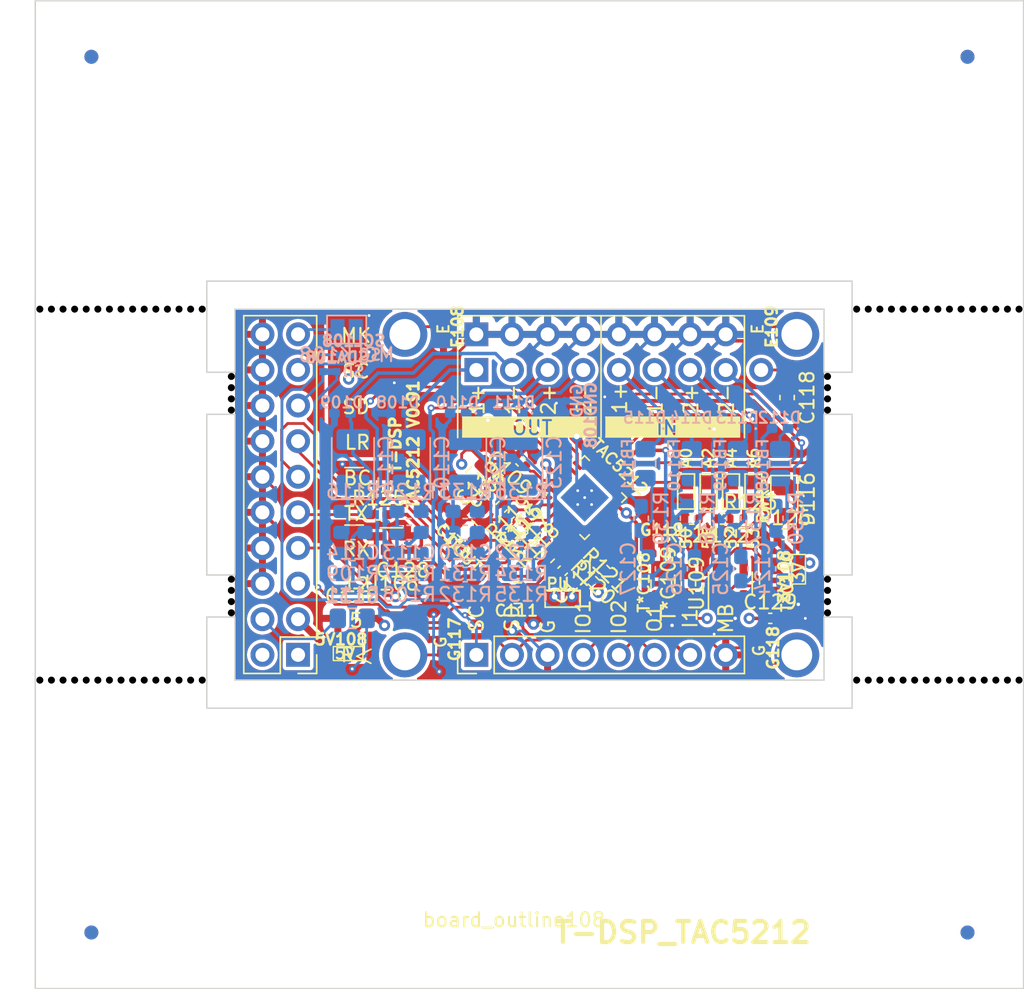
<source format=kicad_pcb>
(kicad_pcb (version 20241229) (generator "pcbnew") (generator_version "9.0")
  (layers (0 "F.Cu" signal) (4 "In1.Cu" signal) (6 "In2.Cu" signal) (2 "B.Cu" signal) (13 "F.Paste" user) (15 "B.Paste" user) (5 "F.SilkS" user "F.Silkscreen") (7 "B.SilkS" user "B.Silkscreen") (1 "F.Mask" user) (3 "B.Mask" user) (25 "Edge.Cuts" user))
  (net 0 "")
  (net 1 "Board_0-3.3V_A")
  (net 2 "Board_0-3.3V_LDO")
  (net 3 "Board_0-3.3V_THIN")
  (net 4 "Board_0-3.3v_IDE")
  (net 5 "Board_0-5212_BCLK1")
  (net 6 "Board_0-5212_DIN1")
  (net 7 "Board_0-5212_DOUT1")
  (net 8 "Board_0-5212_DOUT1+")
  (net 9 "Board_0-5212_LRCK1")
  (net 10 "Board_0-5212_MCLK1")
  (net 11 "Board_0-5212_SCL")
  (net 12 "Board_0-5212_SDA")
  (net 13 "Board_0-5V")
  (net 14 "Board_0-5V_THIN")
  (net 15 "Board_0-DSP_SCL")
  (net 16 "Board_0-DSP_SDA")
  (net 17 "Board_0-EN_HELD_HIGH")
  (net 18 "Board_0-Earth")
  (net 19 "Board_0-GNDD")
  (net 20 "Board_0-GPI1")
  (net 21 "Board_0-GPIO1")
  (net 22 "Board_0-GPIO2")
  (net 23 "Board_0-GPO1")
  (net 24 "Board_0-IN1M")
  (net 25 "Board_0-IN1M+")
  (net 26 "Board_0-IN1P")
  (net 27 "Board_0-IN1P+")
  (net 28 "Board_0-IN2M")
  (net 29 "Board_0-IN2M+")
  (net 30 "Board_0-IN2P")
  (net 31 "Board_0-IN2P+")
  (net 32 "Board_0-MICBIAS")
  (net 33 "Board_0-Net-(5V108-Pad2)")
  (net 34 "Board_0-Net-(ADD110-Pad1)")
  (net 35 "Board_0-Net-(ADD111-Pad1)")
  (net 36 "Board_0-Net-(ADD112-Pad1)")
  (net 37 "Board_0-Net-(C110-Pad1)")
  (net 38 "Board_0-Net-(C114-Pad1)")
  (net 39 "Board_0-Net-(C120-Pad1)")
  (net 40 "Board_0-Net-(C122-Pad1)")
  (net 41 "Board_0-Net-(C124-Pad1)")
  (net 42 "Board_0-Net-(C125-Pad1)")
  (net 43 "Board_0-Net-(C126-Pad1)")
  (net 44 "Board_0-Net-(C127-Pad1)")
  (net 45 "Board_0-Net-(D116-A)")
  (net 46 "Board_0-Net-(E108-Pad2)")
  (net 47 "Board_0-Net-(E109-Pad2)")
  (net 48 "Board_0-Net-(G117-Pad1)")
  (net 49 "Board_0-Net-(G118-Pad1)")
  (net 50 "Board_0-Net-(PU_EN108-Pad1)")
  (net 51 "Board_0-Net-(TAC5212-ADDR)")
  (net 52 "Board_0-Net-(TAC5212-BCLK)")
  (net 53 "Board_0-Net-(TAC5212-DIN)")
  (net 54 "Board_0-Net-(TAC5212-DOUT)")
  (net 55 "Board_0-Net-(TAC5212-DREG)")
  (net 56 "Board_0-Net-(TAC5212-FSYNC)")
  (net 57 "Board_0-Net-(TAC5212-VREF)")
  (net 58 "Board_0-Net-(U108-B)")
  (net 59 "Board_0-Net-(U109-GND)")
  (net 60 "Board_0-OUT1M")
  (net 61 "Board_0-OUT1M+")
  (net 62 "Board_0-OUT1P")
  (net 63 "Board_0-OUT1P+")
  (net 64 "Board_0-OUT2M")
  (net 65 "Board_0-OUT2M+")
  (net 66 "Board_0-OUT2P")
  (net 67 "Board_0-OUT2P+")
  (net 68 "Board_0-unconnected-(U109-NC-Pad4)")
  (net 69 "Board_0-unconnected-(board_outline108-12V-Pad5)")
  (net 70 "Board_0-unconnected-(board_outline108-HELD_LOW-Pad2)")
  (footprint "NPTH" (layer "F.Cu") (at 169.75 63.66)
    (property "Reference" "KiKit_MB_4_5" (hide yes))
    (property "Value" "NPTH" (hide yes))
  )
  (footprint "project_fp:C_0805_2012Metric_Pad1.18x1.45mm_HandSolder" (layer "F.Cu") (at 144.6675 53.955 -135)
    (property "Reference" "C108")
    (property "Value" "10uF")
  )
  (footprint "NPTH" (layer "F.Cu") (at 124.34625 42)
    (property "Reference" "KiKit_MB_5_15" (hide yes))
    (property "Value" "NPTH" (hide yes))
  )
  (footprint "project_fp:R_0402_1005Metric_Pad0.72x0.64mm_HandSolder" (layer "F.Cu") (at 149.207082 59.012959 45)
    (property "Reference" "R117")
    (property "Value" "27 ohm")
  )
  (footprint "NPTH" (layer "F.Cu") (at 169.75 62.86)
    (property "Reference" "KiKit_MB_4_4" (hide yes))
    (property "Value" "NPTH" (hide yes))
  )
  (footprint "project_fp:R_0402_1005Metric" (layer "F.Cu") (at 153.0675 61.455 -45)
    (property "Reference" "R121")
    (property "Value" "2.21k ohm")
  )
  (footprint "NPTH" (layer "F.Cu") (at 180.095625 68.46)
    (property "Reference" "KiKit_MB_8_12" (hide yes))
    (property "Value" "NPTH" (hide yes))
  )
  (footprint "NPTH" (layer "F.Cu") (at 116.904375 42)
    (property "Reference" "KiKit_MB_5_6" (hide yes))
    (property "Value" "NPTH" (hide yes))
  )
  (footprint "project_fp:SolderJumper-2_Open_Pad0.5x1.0mm_ADDR" (layer "F.Cu") (at 161.2675 55.005 90)
    (property "Reference" "ADD112" (hide yes))
    (property "Value" "0x51 | 0xA2")
  )
  (footprint "NPTH" (layer "F.Cu") (at 169.75 62.06)
    (property "Reference" "KiKit_MB_4_3" (hide yes))
    (property "Value" "NPTH" (hide yes))
  )
  (footprint "project_fp:C_0603_1608Metric_Pad1.08x0.95mm_HandSolder" (layer "F.Cu") (at 145.8675 55.455 45)
    (property "Reference" "C119")
    (property "Value" "1uF")
  )
  (footprint "NPTH" (layer "F.Cu") (at 116.904375 68.46)
    (property "Reference" "KiKit_MB_6_6" (hide yes))
    (property "Value" "NPTH" (hide yes))
  )
  (footprint "NPTH" (layer "F.Cu") (at 175.96125 42)
    (property "Reference" "KiKit_MB_7_7" (hide yes))
    (property "Value" "NPTH" (hide yes))
  )
  (footprint "NPTH" (layer "F.Cu") (at 124.34625 68.46)
    (property "Reference" "KiKit_MB_6_15" (hide yes))
    (property "Value" "NPTH" (hide yes))
  )
  (footprint "NPTH" (layer "F.Cu") (at 180.9225 42)
    (property "Reference" "KiKit_MB_7_13" (hide yes))
    (property "Value" "NPTH" (hide yes))
  )
  (footprint "NPTH" (layer "F.Cu") (at 181.749375 42)
    (property "Reference" "KiKit_MB_7_14" (hide yes))
    (property "Value" "NPTH" (hide yes))
  )
  (footprint "NPTH" (layer "F.Cu") (at 125.173125 42)
    (property "Reference" "KiKit_MB_5_16" (hide yes))
    (property "Value" "NPTH" (hide yes))
  )
  (footprint "project_fp:R_0402_1005Metric" (layer "F.Cu") (at 153.8675 60.655 135)
    (property "Reference" "R120")
    (property "Value" "2.21k ohm")
  )
  (footprint "NPTH" (layer "F.Cu") (at 122.6925 42)
    (property "Reference" "KiKit_MB_5_13" (hide yes))
    (property "Value" "NPTH" (hide yes))
  )
  (footprint "NPTH" (layer "F.Cu") (at 183.403125 68.46)
    (property "Reference" "KiKit_MB_8_16" (hide yes))
    (property "Value" "NPTH" (hide yes))
  )
  (footprint "NPTH" (layer "F.Cu") (at 178.441875 68.46)
    (property "Reference" "KiKit_MB_8_10" (hide yes))
    (property "Value" "NPTH" (hide yes))
  )
  (footprint "NPTH" (layer "F.Cu") (at 114.42375 42)
    (property "Reference" "KiKit_MB_5_3" (hide yes))
    (property "Value" "NPTH" (hide yes))
  )
  (footprint "project_fp:C_0402_1005Metric" (layer "F.Cu") (at 147.8675 52.855 135)
    (property "Reference" "C109")
    (property "Value" "0.1uF")
  )
  (footprint "project_fp:C_0603_1608Metric_Pad1.08x0.95mm_HandSolder" (layer "F.Cu") (at 139.4675 62.055)
    (property "Reference" "C128")
    (property "Value" "1uF")
  )
  (footprint "project_fp:R_0402_1005Metric" (layer "F.Cu") (at 160.0675 56.955 180)
    (property "Reference" "R124")
    (property "Value" "4.7k")
  )
  (footprint "project_fp:jumper_slice_disconnected_alt-text" (layer "F.Cu") (at 143.1675 60.055 135)
    (property "Reference" "DOUT108" (hide yes))
    (property "Value" "Jump DOUT1")
  )
  (footprint "NPTH" (layer "F.Cu") (at 127.25 48.4)
    (property "Reference" "KiKit_MB_1_3" (hide yes))
    (property "Value" "NPTH" (hide yes))
  )
  (footprint "NPTH" (layer "F.Cu") (at 119.385 68.46)
    (property "Reference" "KiKit_MB_6_9" (hide yes))
    (property "Value" "NPTH" (hide yes))
  )
  (footprint "project_fp:jumper_slice" (layer "F.Cu") (at 164.8675 66.655 90)
    (property "Reference" "G118")
    (property "Value" "jumper")
  )
  (footprint "NPTH" (layer "F.Cu") (at 175.134375 68.46)
    (property "Reference" "KiKit_MB_8_6" (hide yes))
    (property "Value" "NPTH" (hide yes))
  )
  (footprint "NPTH" (layer "F.Cu") (at 118.558125 68.46)
    (property "Reference" "KiKit_MB_6_8" (hide yes))
    (property "Value" "NPTH" (hide yes))
  )
  (footprint "NPTH" (layer "F.Cu") (at 174.3075 68.46)
    (property "Reference" "KiKit_MB_8_5" (hide yes))
    (property "Value" "NPTH" (hide yes))
  )
  (footprint "NPTH" (layer "F.Cu") (at 121.03875 42)
    (property "Reference" "KiKit_MB_5_11" (hide yes))
    (property "Value" "NPTH" (hide yes))
  )
  (footprint "NPTH" (layer "F.Cu") (at 114.42375 68.46)
    (property "Reference" "KiKit_MB_6_3" (hide yes))
    (property "Value" "NPTH" (hide yes))
  )
  (footprint "NPTH" (layer "F.Cu") (at 173.480625 42)
    (property "Reference" "KiKit_MB_7_4" (hide yes))
    (property "Value" "NPTH" (hide yes))
  )
  (footprint "NPTH" (layer "F.Cu") (at 115.250625 42)
    (property "Reference" "KiKit_MB_5_4" (hide yes))
    (property "Value" "NPTH" (hide yes))
  )
  (footprint "NPTH" (layer "F.Cu") (at 173.480625 68.46)
    (property "Reference" "KiKit_MB_8_4" (hide yes))
    (property "Value" "NPTH" (hide yes))
  )
  (footprint "NPTH" (layer "F.Cu") (at 169.75 46.8)
    (property "Reference" "KiKit_MB_2_2" (hide yes))
    (property "Value" "NPTH" (hide yes))
  )
  (footprint "project_fp:jumper_slice_1mm" (layer "F.Cu") (at 135.5675 66.555 180)
    (property "Reference" "5V108")
    (property "Value" "jumper")
  )
  (footprint "NPTH" (layer "F.Cu") (at 118.558125 42)
    (property "Reference" "KiKit_MB_5_8" (hide yes))
    (property "Value" "NPTH" (hide yes))
  )
  (footprint "project_fp:R_0402_1005Metric_Pad0.72x0.64mm_HandSolder" (layer "F.Cu") (at 137.7675 56.655)
    (property "Reference" "R125")
    (property "Value" "27 ohm")
  )
  (footprint "NPTH" (layer "F.Cu") (at 127.25 62.06)
    (property "Reference" "KiKit_MB_3_4" (hide yes))
    (property "Value" "NPTH" (hide yes))
  )
  (footprint "NPTH" (layer "F.Cu") (at 117.73125 42)
    (property "Reference" "KiKit_MB_5_7" (hide yes))
    (property "Value" "NPTH" (hide yes))
  )
  (footprint "NPTH" (layer "F.Cu") (at 125.173125 68.46)
    (property "Reference" "KiKit_MB_6_16" (hide yes))
    (property "Value" "NPTH" (hide yes))
  )
  (footprint "NPTH" (layer "F.Cu") (at 120.211875 42)
    (property "Reference" "KiKit_MB_5_10" (hide yes))
    (property "Value" "NPTH" (hide yes))
  )
  (footprint "NPTH" (layer "F.Cu") (at 127.25 63.66)
    (property "Reference" "KiKit_MB_3_2" (hide yes))
    (property "Value" "NPTH" (hide yes))
  )
  (footprint "NPTH" (layer "F.Cu") (at 179.26875 42)
    (property "Reference" "KiKit_MB_7_11" (hide yes))
    (property "Value" "NPTH" (hide yes))
  )
  (footprint "NPTH" (layer "F.Cu") (at 172.65375 68.46)
    (property "Reference" "KiKit_MB_8_3" (hide yes))
    (property "Value" "NPTH" (hide yes))
  )
  (footprint "NPTH" (layer "F.Cu") (at 172.65375 42)
    (property "Reference" "KiKit_MB_7_3" (hide yes))
    (property "Value" "NPTH" (hide yes))
  )
  (footprint "NPTH" (layer "F.Cu") (at 169.75 47.6)
    (property "Reference" "KiKit_MB_2_3" (hide yes))
    (property "Value" "NPTH" (hide yes))
  )
  (footprint "project_fp:SolderJumper-2_Open_Pad0.5x1.0mm_ADDR" (layer "F.Cu") (at 164.4675 55.005 90)
    (property "Reference" "ADD111" (hide yes))
    (property "Value" "0x53 | 0xA6")
  )
  (footprint "project_fp:jumper_slice" (layer "F.Cu") (at 164.7675 43.755 90)
    (property "Reference" "E109")
    (property "Value" "jumper")
  )
  (footprint "project_fp:C_0402_1005Metric" (layer "F.Cu") (at 165.6675 64.055)
    (property "Reference" "C129")
    (property "Value" "0.1uF")
  )
  (footprint "project_fp:R_0402_1005Metric_Pad0.72x0.64mm_HandSolder" (layer "F.Cu") (at 147.863579 57.669456 45)
    (property "Reference" "R119")
    (property "Value" "0 Ohm")
  )
  (footprint "NPTH" (layer "F.Cu") (at 123.519375 68.46)
    (property "Reference" "KiKit_MB_6_14" (hide yes))
    (property "Value" "NPTH" (hide yes))
  )
  (footprint "NPTH" (layer "F.Cu") (at 122.6925 68.46)
    (property "Reference" "KiKit_MB_6_13" (hide yes))
    (property "Value" "NPTH" (hide yes))
  )
  (footprint "project_fp:SOT-23-5" (layer "F.Cu") (at 138.6675 59.155 180)
    (property "Reference" "U108")
    (property "Value" "Single Buffer with Tri-state Passthru - SN74LVC1G66DCK - SOT-23-5")
  )
  (footprint "project_fp:SolderJumper-2_Open_Pad0.5x1.0mm_ADDR" (layer "F.Cu") (at 159.6675 55.005 90)
    (property "Reference" "ADD108" (hide yes))
    (property "Value" "0x50 | 0xA0")
  )
  (footprint "project_fp:audio_module_board_outline_50x34.5_e1" (layer "F.Cu") (at 127.5 68.46)
    (property "Reference" "board_outline108")
    (property "Value" "board" (hide yes))
  )
  (footprint "NPTH" (layer "F.Cu") (at 169.75 48.4)
    (property "Reference" "KiKit_MB_2_4" (hide yes))
    (property "Value" "NPTH" (hide yes))
  )
  (footprint "NPTH" (layer "F.Cu") (at 127.25 61.26)
    (property "Reference" "KiKit_MB_3_5" (hide yes))
    (property "Value" "NPTH" (hide yes))
  )
  (footprint "NPTH" (layer "F.Cu") (at 121.865625 68.46)
    (property "Reference" "KiKit_MB_6_12" (hide yes))
    (property "Value" "NPTH" (hide yes))
  )
  (footprint "NPTH" (layer "F.Cu") (at 182.57625 68.46)
    (property "Reference" "KiKit_MB_8_15" (hide yes))
    (property "Value" "NPTH" (hide yes))
  )
  (footprint "NPTH" (layer "F.Cu") (at 119.385 42)
    (property "Reference" "KiKit_MB_5_9" (hide yes))
    (property "Value" "NPTH" (hide yes))
  )
  (footprint "NPTH" (layer "F.Cu") (at 176.788125 42)
    (property "Reference" "KiKit_MB_7_8" (hide yes))
    (property "Value" "NPTH" (hide yes))
  )
  (footprint "project_fp:SolderJumper-2_Open_Pad0.5x1.0mm_PU" (layer "F.Cu") (at 150.8675 62.655)
    (property "Reference" "PU_EN108" (hide yes))
    (property "Value" "JUMPER")
  )
  (footprint "project_fp:C_0805_2012Metric_Pad1.18x1.45mm_HandSolder" (layer "F.Cu") (at 147.6675 62.255 180)
    (property "Reference" "C111")
    (property "Value" "10uF")
  )
  (footprint "project_fp:jumper_slice_alt1" (layer "F.Cu") (at 158.435 58.7475 180)
    (property "Reference" "G119")
    (property "Value" "jumper")
  )
  (footprint "NPTH" (layer "F.Cu") (at 169.75 61.26)
    (property "Reference" "KiKit_MB_4_2" (hide yes))
    (property "Value" "NPTH" (hide yes))
  )
  (footprint "NPTH" (layer "F.Cu") (at 177.615 68.46)
    (property "Reference" "KiKit_MB_8_9" (hide yes))
    (property "Value" "NPTH" (hide yes))
  )
  (footprint "project_fp:D_0805_2012Metric_custom" (layer "F.Cu") (at 166.6675 55.555 -90)
    (property "Reference" "D116")
    (property "Value" "RED LED")
  )
  (footprint "NPTH" (layer "F.Cu") (at 127.25 47.6)
    (property "Reference" "KiKit_MB_1_4" (hide yes))
    (property "Value" "NPTH" (hide yes))
  )
  (footprint "project_fp:R_0402_1005Metric" (layer "F.Cu") (at 164.2675 56.955)
    (property "Reference" "R123")
    (property "Value" "4.7k")
  )
  (footprint "NPTH" (layer "F.Cu") (at 127.25 46.8)
    (property "Reference" "KiKit_MB_1_5" (hide yes))
    (property "Value" "NPTH" (hide yes))
  )
  (footprint "project_fp:jumper_slice_1mm" (layer "F.Cu") (at 167.6675 60.555 -90)
    (property "Reference" "3V108")
    (property "Value" "jumper")
  )
  (footprint "Fiducial" (layer "F.Cu") (at 117.27 24)
    (property "Reference" "KiKit_FID_T_1" (hide yes))
    (property "Value" "Fiducial" (hide yes))
  )
  (footprint "Fiducial" (layer "F.Cu") (at 179.73 86.46)
    (property "Reference" "KiKit_FID_T_4" (hide yes))
    (property "Value" "Fiducial" (hide yes))
  )
  (footprint "project_fp:C_0805_2012Metric_Pad1.18x1.45mm_HandSolder" (layer "F.Cu") (at 157.900686 61.585 90)
    (property "Reference" "T*C108")
    (property "Value" "10uF")
  )
  (footprint "project_fp:C_0805_2012Metric_Pad1.18x1.45mm_HandSolder" (layer "F.Cu") (at 144.0675 57.755 135)
    (property "Reference" "C115")
    (property "Value" "10uF")
  )
  (footprint "NPTH" (layer "F.Cu") (at 117.73125 68.46)
    (property "Reference" "KiKit_MB_6_7" (hide yes))
    (property "Value" "NPTH" (hide yes))
  )
  (footprint "project_fp:jumper_slice" (layer "F.Cu") (at 142.1675 66.055 90)
    (property "Reference" "G117")
    (property "Value" "jumper")
  )
  (footprint "project_fp:R_0402_1005Metric" (layer "F.Cu") (at 162.2675 56.955 180)
    (property "Reference" "R122")
    (property "Value" "22.0k")
  )
  (footprint "project_fp:R_0402_1005Metric_Pad0.72x0.64mm_HandSolder" (layer "F.Cu") (at 149.878833 59.684711 45)
    (property "Reference" "R118")
    (property "Value" "0 Ohm")
  )
  (footprint "NPTH" (layer "F.Cu") (at 174.3075 42)
    (property "Reference" "KiKit_MB_7_5" (hide yes))
    (property "Value" "NPTH" (hide yes))
  )
  (footprint "NPTH" (layer "F.Cu") (at 180.095625 42)
    (property "Reference" "KiKit_MB_7_12" (hide yes))
    (property "Value" "NPTH" (hide yes))
  )
  (footprint "NPTH" (layer "F.Cu") (at 121.03875 68.46)
    (property "Reference" "KiKit_MB_6_11" (hide yes))
    (property "Value" "NPTH" (hide yes))
  )
  (footprint "NPTH" (layer "F.Cu") (at 176.788125 68.46)
    (property "Reference" "KiKit_MB_8_8" (hide yes))
    (property "Value" "NPTH" (hide yes))
  )
  (footprint "NPTH" (layer "F.Cu") (at 121.865625 42)
    (property "Reference" "KiKit_MB_5_12" (hide yes))
    (property "Value" "NPTH" (hide yes))
  )
  (footprint "project_fp:SOT-23-5" (layer "F.Cu") (at 162.823186 61.5625 90)
    (property "Reference" "U109")
    (property "Value" "3.3v LDO - TLV74133PDBVR")
  )
  (footprint "NPTH" (layer "F.Cu") (at 183.403125 42)
    (property "Reference" "KiKit_MB_7_16" (hide yes))
    (property "Value" "NPTH" (hide yes))
  )
  (footprint "NPTH" (layer "F.Cu") (at 177.615 42)
    (property "Reference" "KiKit_MB_7_9" (hide yes))
    (property "Value" "NPTH" (hide yes))
  )
  (footprint "project_fp:NetTie-2_SMD_Pad0.2mm" (layer "F.Cu") (at 144.1675 52.055)
    (property "Reference" "NT109" (hide yes))
    (property "Value" "NetTie_2" (hide yes))
  )
  (footprint "NPTH" (layer "F.Cu") (at 116.0775 42)
    (property "Reference" "KiKit_MB_5_5" (hide yes))
    (property "Value" "NPTH" (hide yes))
  )
  (footprint "NPTH" (layer "F.Cu") (at 181.749375 68.46)
    (property "Reference" "KiKit_MB_8_14" (hide yes))
    (property "Value" "NPTH" (hide yes))
  )
  (footprint "NPTH" (layer "F.Cu") (at 180.9225 68.46)
    (property "Reference" "KiKit_MB_8_13" (hide yes))
    (property "Value" "NPTH" (hide yes))
  )
  (footprint "NPTH" (layer "F.Cu") (at 127.25 62.86)
    (property "Reference" "KiKit_MB_3_3" (hide yes))
    (property "Value" "NPTH" (hide yes))
  )
  (footprint "project_fp:C_0805_2012Metric_Pad1.15x1.40mm_HandSolder" (layer "F.Cu") (at 135.8675 64.055 180)
    (property "Reference" "C130")
    (property "Value" "47uF")
  )
  (footprint "NPTH" (layer "F.Cu") (at 178.441875 42)
    (property "Reference" "KiKit_MB_7_10" (hide yes))
    (property "Value" "NPTH" (hide yes))
  )
  (footprint "NPTH" (layer "F.Cu") (at 113.596875 68.46)
    (property "Reference" "KiKit_MB_6_2" (hide yes))
    (property "Value" "NPTH" (hide yes))
  )
  (footprint "project_fp:C_0402_1005Metric" (layer "F.Cu") (at 147.0675 56.655 -135)
    (property "Reference" "C116")
    (property "Value" "0.1uF")
  )
  (footprint "Fiducial" (layer "F.Cu") (at 117.27 86.46)
    (property "Reference" "KiKit_FID_T_3" (hide yes))
    (property "Value" "Fiducial" (hide yes))
  )
  (footprint "Fiducial" (layer "F.Cu") (at 179.73 24)
    (property "Reference" "KiKit_FID_T_2" (hide yes))
    (property "Value" "Fiducial" (hide yes))
  )
  (footprint "project_fp:C_0402_1005Metric" (layer "F.Cu") (at 150.8675 60.655 -135)
    (property "Reference" "C112")
    (property "Value" "0.1uF")
  )
  (footprint "project_fp:VQFN-24-1EP_4x4mm_P0.5mm_EP2.45x2.45mm_ThermalVias" (layer "F.Cu") (at 152.436533 55.440514 45)
    (property "Reference" "TAC5212")
    (property "Value" "TAC5212")
  )
  (footprint "project_fp:R_0402_1005Metric" (layer "F.Cu") (at 166.6675 58.055)
    (property "Reference" "R126")
    (property "Value" "2.21k ohm")
  )
  (footprint "NPTH" (layer "F.Cu") (at 120.211875 68.46)
    (property "Reference" "KiKit_MB_6_10" (hide yes))
    (property "Value" "NPTH" (hide yes))
  )
  (footprint "NPTH" (layer "F.Cu") (at 179.26875 68.46)
    (property "Reference" "KiKit_MB_8_11" (hide yes))
    (property "Value" "NPTH" (hide yes))
  )
  (footprint "NPTH" (layer "F.Cu") (at 175.134375 42)
    (property "Reference" "KiKit_MB_7_6" (hide yes))
    (property "Value" "NPTH" (hide yes))
  )
  (footprint "NPTH" (layer "F.Cu") (at 116.0775 68.46)
    (property "Reference" "KiKit_MB_6_5" (hide yes))
    (property "Value" "NPTH" (hide yes))
  )
  (footprint "NPTH" (layer "F.Cu") (at 175.96125 68.46)
    (property "Reference" "KiKit_MB_8_7" (hide yes))
    (property "Value" "NPTH" (hide yes))
  )
  (footprint "NPTH" (layer "F.Cu") (at 171.826875 68.46)
    (property "Reference" "KiKit_MB_8_2" (hide yes))
    (property "Value" "NPTH" (hide yes))
  )
  (footprint "project_fp:C_0805_2012Metric_Pad1.18x1.45mm_HandSolder" (layer "F.Cu") (at 165.635 61.3475 -90)
    (property "Reference" "T*C110")
    (property "Value" "10uF")
  )
  (footprint "project_fp:C_0603_1608Metric_Pad1.08x0.95mm_HandSolder" (layer "F.Cu") (at 166.8675 48.305 -90)
    (property "Reference" "C118")
    (property "Value" "1uF")
  )
  (footprint "project_fp:SolderJumper-2_Open_Pad0.5x1.0mm_ADDR" (layer "F.Cu") (at 162.8675 55.005 90)
    (property "Reference" "ADD110" (hide yes))
    (property "Value" "0x52 | 0xA4")
  )
  (footprint "NPTH" (layer "F.Cu") (at 113.596875 42)
    (property "Reference" "KiKit_MB_5_2" (hide yes))
    (property "Value" "NPTH" (hide yes))
  )
  (footprint "NPTH" (layer "F.Cu") (at 182.57625 42)
    (property "Reference" "KiKit_MB_7_15" (hide yes))
    (property "Value" "NPTH" (hide yes))
  )
  (footprint "NPTH" (layer "F.Cu") (at 169.75 49.2)
    (property "Reference" "KiKit_MB_2_5" (hide yes))
    (property "Value" "NPTH" (hide yes))
  )
  (footprint "NPTH" (layer "F.Cu") (at 171.826875 42)
    (property "Reference" "KiKit_MB_7_2" (hide yes))
    (property "Value" "NPTH" (hide yes))
  )
  (footprint "project_fp:NetTie-2_SMD_Pad0.2mm" (layer "F.Cu") (at 160.6675 64.055 180)
    (property "Reference" "NT108" (hide yes))
    (property "Value" "NetTie_2" (hide yes))
  )
  (footprint "project_fp:R_0402_1005Metric_Pad0.72x0.64mm_HandSolder" (layer "F.Cu") (at 148.53533 58.341208 45)
    (property "Reference" "R115")
    (property "Value" "0 Ohm")
  )
  (footprint "NPTH" (layer "F.Cu") (at 123.519375 42)
    (property "Reference" "KiKit_MB_5_14" (hide yes))
    (property "Value" "NPTH" (hide yes))
  )
  (footprint "project_fp:jumper_slice" (layer "F.Cu") (at 142.3675 43.755 90)
    (property "Reference" "E108")
    (property "Value" "jumper")
  )
  (footprint "NPTH" (layer "F.Cu") (at 127.25 49.2)
    (property "Reference" "KiKit_MB_1_2" (hide yes))
    (property "Value" "NPTH" (hide yes))
  )
  (footprint "NPTH" (layer "F.Cu") (at 115.250625 68.46)
    (property "Reference" "KiKit_MB_6_4" (hide yes))
    (property "Value" "NPTH" (hide yes))
  )
  (footprint "project_fp:C_0603_1608Metric_Pad1.08x0.95mm_HandSolder" (layer "F.Cu") (at 159.835 61.585 90)
    (property "Reference" "T*C109")
    (property "Value" "1uF")
  )
  (footprint "Capacitor_SMD:C_0603_1608Metric_Pad1.08x0.95mm_HandSolder" (layer "B.Cu") (at 147.917 57.926014)
    (property "Reference" "C122")
    (property "Value" "0.0047µF (4.7nF)")
  )
  (footprint "Capacitor_SMD:C_0603_1608Metric_Pad1.08x0.95mm_HandSolder" (layer "B.Cu") (at 143.917 57.926014)
    (property "Reference" "C120")
    (property "Value" "0.0047µF (4.7nF)")
  )
  (footprint "project_fp:C_0805_2012Metric_Pad1.18x1.45mm_HandSolder" (layer "B.Cu") (at 156.7675 53.0175 -90)
    (property "Reference" "FB111")
    (property "Value" "BLM21A601S - BLM21AG601SH1")
  )
  (footprint "project_fp:D_0402_1005Metric_Pad0.77x0.64mm_HandSolder" (layer "B.Cu") (at 147.417 49.426014 180)
    (property "Reference" "D111")
    (property "Value" "TPD1E10B06")
  )
  (footprint "project_fp:via" (layer "B.Cu") (at 145.538021 49.922266 180)
    (property "Reference" "OUTP2" (hide yes))
    (property "Value" "VIA" (hide yes))
  )
  (footprint "project_fp:C_0805_2012Metric_Pad1.15x1.40mm_HandSolder" (layer "B.Cu") (at 135.8675 64.055)
    (property "Reference" "C131")
    (property "Value" "47uF")
  )
  (footprint "project_fp:C_0603_1608Metric_Pad1.08x0.95mm_HandSolder" (layer "B.Cu") (at 156.9675 60.5175 -90)
    (property "Reference" "C127")
    (property "Value" "10UF")
  )
  (footprint "project_fp:via" (layer "B.Cu") (at 167.898769 51.538713 180)
    (property "Reference" "INM2" (hide yes))
    (property "Value" "VIA" (hide yes))
  )
  (footprint "project_fp:via" (layer "B.Cu") (at 163.1675 64.055 180)
    (property "Reference" "G114" (hide yes))
    (property "Value" "VIA" (hide yes))
  )
  (footprint "Capacitor_SMD:C_0603_1608Metric_Pad1.08x0.95mm_HandSolder" (layer "B.Cu") (at 139.917 57.926014)
    (property "Reference" "C113")
    (property "Value" "0.0047µF (4.7nF)")
  )
  (footprint "project_fp:SMD_ROUTING_PAD" (layer "B.Cu") (at 141.389504 62.055 180)
    (property "Reference" "G111" (hide yes))
    (property "Value" "VIA" (hide yes))
  )
  (footprint "Capacitor_SMD:C_0603_1608Metric_Pad1.08x0.95mm_HandSolder" (layer "B.Cu") (at 147.917 60.926014)
    (property "Reference" "R135")
    (property "Value" "10 ohm")
  )
  (footprint "project_fp:CP_EIA-3528-21_Kemet-B_Pad1.50x2.35mm_HandSolder" (layer "B.Cu") (at 139.917 52.926014 90)
    (property "Reference" "C110")
    (property "Value" "47uF")
  )
  (footprint "project_fp:SMD_ROUTING_PAD" (layer "B.Cu") (at 149.1675 49.555 180)
    (property "Reference" "G123" (hide yes))
    (property "Value" "SMD ROUTING PAD" (hide yes))
  )
  (footprint "project_fp:SMD_ROUTING_PAD" (layer "B.Cu") (at 144.1675 62.055 180)
    (property "Reference" "G110" (hide yes))
    (property "Value" "VIA" (hide yes))
  )
  (footprint "Capacitor_SMD:C_0603_1608Metric_Pad1.08x0.95mm_HandSolder" (layer "B.Cu") (at 147.917 59.426014)
    (property "Reference" "R134")
    (property "Value" "DNP")
  )
  (footprint "Capacitor_SMD:C_0603_1608Metric_Pad1.08x0.95mm_HandSolder" (layer "B.Cu") (at 163.0675 56.9175 90)
    (property "Reference" "R137")
    (property "Value" "100K")
  )
  (footprint "project_fp:CP_EIA-3528-21_Kemet-B_Pad1.50x2.35mm_HandSolder" (layer "B.Cu") (at 135.917 52.926014 90)
    (property "Reference" "C117")
    (property "Value" "47uF")
  )
  (footprint "project_fp:D_0402_1005Metric_Pad0.77x0.64mm_HandSolder" (layer "B.Cu") (at 143.417 49.426014 180)
    (property "Reference" "D110")
    (property "Value" "TPD1E10B06")
  )
  (footprint "project_fp:C_0805_2012Metric_Pad1.18x1.45mm_HandSolder" (layer "B.Cu") (at 160.0675 53.0175 -90)
    (property "Reference" "FB110")
    (property "Value" "BLM21A601S - BLM21AG601SH1")
  )
  (footprint "project_fp:SMD_ROUTING_PAD" (layer "B.Cu") (at 167.6675 50.055 180)
    (property "Reference" "G108" (hide yes))
    (property "Value" "VIA" (hide yes))
  )
  (footprint "Capacitor_SMD:C_0603_1608Metric_Pad1.08x0.95mm_HandSolder" (layer "B.Cu") (at 156.4675 56.9175 90)
    (property "Reference" "R139")
    (property "Value" "100K")
  )
  (footprint "project_fp:C_0603_1608Metric_Pad1.08x0.95mm_HandSolder" (layer "B.Cu") (at 160.2675 60.5175 -90)
    (property "Reference" "C126")
    (property "Value" "10UF")
  )
  (footprint "Capacitor_SMD:C_0603_1608Metric_Pad1.08x0.95mm_HandSolder" (layer "B.Cu") (at 159.7675 56.9175 90)
    (property "Reference" "R138")
    (property "Value" "100K")
  )
  (footprint "project_fp:SMD_ROUTING_PAD" (layer "B.Cu") (at 145.1675 63.055 180)
    (property "Reference" "G112" (hide yes))
    (property "Value" "VIA" (hide yes))
  )
  (footprint "Capacitor_SMD:C_0603_1608Metric_Pad1.08x0.95mm_HandSolder" (layer "B.Cu") (at 147.917 56.426014 180)
    (property "Reference" "R136")
    (property "Value" "0 ohm")
  )
  (footprint "project_fp:via" (layer "B.Cu") (at 158.210829 52.072833 180)
    (property "Reference" "INP1" (hide yes))
    (property "Value" "VIA" (hide yes))
  )
  (footprint "Capacitor_SMD:C_0603_1608Metric_Pad1.08x0.95mm_HandSolder" (layer "B.Cu") (at 135.917 57.926014)
    (property "Reference" "C114")
    (property "Value" "0.0047µF (4.7nF)")
  )
  (footprint "Capacitor_SMD:C_0603_1608Metric_Pad1.08x0.95mm_HandSolder" (layer "B.Cu") (at 143.917 59.426014)
    (property "Reference" "R131")
    (property "Value" "DNP")
  )
  (footprint "project_fp:SMD_ROUTING_PAD" (layer "B.Cu") (at 135.917 62.055 180)
    (property "Reference" "G109" (hide yes))
    (property "Value" "VIA" (hide yes))
  )
  (footprint "Capacitor_SMD:C_0603_1608Metric_Pad1.08x0.95mm_HandSolder" (layer "B.Cu") (at 166.0675 56.9175 90)
    (property "Reference" "R130")
    (property "Value" "100K")
  )
  (footprint "Fiducial" (layer "B.Cu") (at 117.27 24 180)
    (property "Reference" "KiKit_FID_B_1" (hide yes))
    (property "Value" "Fiducial" (hide yes))
  )
  (footprint "project_fp:CP_EIA-3528-21_Kemet-B_Pad1.50x2.35mm_HandSolder" (layer "B.Cu") (at 147.917 52.926014 90)
    (property "Reference" "C123")
    (property "Value" "47uF")
  )
  (footprint "project_fp:C_0805_2012Metric_Pad1.18x1.45mm_HandSolder" (layer "B.Cu") (at 166.3675 53.0175 -90)
    (property "Reference" "FB108")
    (property "Value" "BLM21A601S - BLM21AG601SH1")
  )
  (footprint "project_fp:via" (layer "B.Cu") (at 141.490723 49.055 180)
    (property "Reference" "OUTP1" (hide yes))
    (property "Value" "VIA" (hide yes))
  )
  (footprint "Capacitor_SMD:C_0603_1608Metric_Pad1.08x0.95mm_HandSolder" (layer "B.Cu") (at 135.917 59.426014)
    (property "Reference" "R109")
    (property "Value" "DNP")
  )
  (footprint "Capacitor_SMD:C_0603_1608Metric_Pad1.08x0.95mm_HandSolder" (layer "B.Cu") (at 143.917 56.426014 180)
    (property "Reference" "R133")
    (property "Value" "0 ohm")
  )
  (footprint "project_fp:via" (layer "B.Cu") (at 137.1675 48.555 180)
    (property "Reference" "OUTM1" (hide yes))
    (property "Value" "VIA" (hide yes))
  )
  (footprint "Capacitor_SMD:C_0603_1608Metric_Pad1.08x0.95mm_HandSolder" (layer "B.Cu") (at 135.917 56.426014 180)
    (property "Reference" "R116")
    (property "Value" "0 ohm")
  )
  (footprint "project_fp:CP_EIA-3528-21_Kemet-B_Pad1.50x2.35mm_HandSolder" (layer "B.Cu") (at 143.917 52.926014 90)
    (property "Reference" "C121")
    (property "Value" "47uF")
  )
  (footprint "project_fp:C_0603_1608Metric_Pad1.08x0.95mm_HandSolder" (layer "B.Cu") (at 166.5675 60.5175 -90)
    (property "Reference" "C124")
    (property "Value" "10UF confirm polarity")
  )
  (footprint "Capacitor_SMD:C_0603_1608Metric_Pad1.08x0.95mm_HandSolder" (layer "B.Cu") (at 143.917 60.926014)
    (property "Reference" "R132")
    (property "Value" "10 ohm")
  )
  (footprint "Capacitor_SMD:C_0603_1608Metric_Pad1.08x0.95mm_HandSolder" (layer "B.Cu") (at 139.917 56.426014 180)
    (property "Reference" "R129")
    (property "Value" "0 ohm")
  )
  (footprint "Fiducial" (layer "B.Cu") (at 179.73 24 180)
    (property "Reference" "KiKit_FID_B_2" (hide yes))
    (property "Value" "Fiducial" (hide yes))
  )
  (footprint "project_fp:jumper_slice" (layer "B.Cu") (at 134.2675 46.455)
    (property "Reference" "SDA108")
    (property "Value" "jumper")
  )
  (footprint "project_fp:D_0402_1005Metric_Pad0.77x0.64mm_HandSolder" (layer "B.Cu") (at 160.0675 50.5175 180)
    (property "Reference" "D114")
    (property "Value" "TPD1E1B04 - 0402 size")
  )
  (footprint "project_fp:D_0402_1005Metric_Pad0.77x0.64mm_HandSolder" (layer "B.Cu") (at 156.7675 50.5175 180)
    (property "Reference" "D115")
    (property "Value" "TPD1E1B04 - 0402 size")
  )
  (footprint "project_fp:D_0402_1005Metric_Pad0.77x0.64mm_HandSolder" (layer "B.Cu") (at 135.1675 49.426014 180)
    (property "Reference" "D109")
    (property "Value" "TPD1E10B06")
  )
  (footprint "project_fp:D_0402_1005Metric_Pad0.77x0.64mm_HandSolder" (layer "B.Cu") (at 166.3675 50.5175 180)
    (property "Reference" "D112")
    (property "Value" "TPD1E10B06")
  )
  (footprint "Jumper:SolderJumper-2_P1.3mm_Open_Pad1.0x1.5mm" (layer "B.Cu") (at 135.4675 43.455)
    (property "Reference" "MCLK108")
    (property "Value" "jumper")
  )
  (footprint "Fiducial" (layer "B.Cu") (at 117.27 86.46 180)
    (property "Reference" "KiKit_FID_B_3" (hide yes))
    (property "Value" "Fiducial" (hide yes))
  )
  (footprint "Fiducial" (layer "B.Cu") (at 179.73 86.46 180)
    (property "Reference" "KiKit_FID_B_4" (hide yes))
    (property "Value" "Fiducial" (hide yes))
  )
  (footprint "project_fp:jumper_slice" (layer "B.Cu") (at 151.8675 49.055 -90)
    (property "Reference" "GND108")
    (property "Value" "BRIDGE")
  )
  (footprint "project_fp:via" (layer "B.Cu") (at 167.6675 63.055 180)
    (property "Reference" "G116" (hide yes))
    (property "Value" "VIA" (hide yes))
  )
  (footprint "Capacitor_SMD:C_0603_1608Metric_Pad1.08x0.95mm_HandSolder" (layer "B.Cu") (at 135.917 60.926014)
    (property "Reference" "R111")
    (property "Value" "10 ohm")
  )
  (footprint "project_fp:via" (layer "B.Cu") (at 161.6675 50.555 180)
    (property "Reference" "INM1" (hide yes))
    (property "Value" "VIA" (hide yes))
  )
  (footprint "project_fp:C_0603_1608Metric_Pad1.08x0.95mm_HandSolder" (layer "B.Cu") (at 163.5675 60.5175 -90)
    (property "Reference" "C125")
    (property "Value" "10UF")
  )
  (footprint "project_fp:jumper_slice" (layer "B.Cu") (at 135.4675 45.255)
    (property "Reference" "SCL108")
    (property "Value" "jumper")
  )
  (footprint "project_fp:D_0402_1005Metric_Pad0.77x0.64mm_HandSolder" (layer "B.Cu") (at 163.3675 50.5175 180)
    (property "Reference" "D113")
    (property "Value" "TPD1E1B04 - 0402 size")
  )
  (footprint "Capacitor_SMD:C_0603_1608Metric_Pad1.08x0.95mm_HandSolder" (layer "B.Cu") (at 139.917 59.426014)
    (property "Reference" "R127")
    (property "Value" "DNP")
  )
  (footprint "project_fp:C_0805_2012Metric_Pad1.18x1.45mm_HandSolder" (layer "B.Cu") (at 163.3675 53.0175 -90)
    (property "Reference" "FB109")
    (property "Value" "BLM21A601S - BLM21AG601SH1")
  )
  (footprint "project_fp:D_0402_1005Metric_Pad0.77x0.64mm_HandSolder" (layer "B.Cu") (at 139.1675 49.426014 180)
    (property "Reference" "D108")
    (property "Value" "TPD1E10B06")
  )
  (footprint "project_fp:via" (layer "B.Cu") (at 164.1675 49.555 180)
    (property "Reference" "INP2" (hide yes))
    (property "Value" "VIA" (hide yes))
  )
  (footprint "project_fp:via" (layer "B.Cu") (at 158.6675 64.555 180)
    (property "Reference" "G113" (hide yes))
    (property "Value" "VIA" (hide yes))
  )
  (footprint "Capacitor_SMD:C_0603_1608Metric_Pad1.08x0.95mm_HandSolder" (layer "B.Cu") (at 139.917 60.926014)
    (property "Reference" "R108")
    (property "Value" "10 ohm")
  )
  (gr_line (start 113.27 90.46) (end 183.73 90.46) (stroke (width 0.1)) (layer "Edge.Cuts"))
  (gr_line (start 169.5 68.46) (end 169.5 63.96) (stroke (width 0.1)) (layer "Edge.Cuts"))
  (gr_line (start 169.5 46.5) (end 169.5 42) (stroke (width 0.1)) (layer "Edge.Cuts"))
  (gr_line (start 127.5 63.96) (end 127.5 68.46) (stroke (width 0.1)) (layer "Edge.Cuts"))
  (gr_line (start 127.5 60.96) (end 125.5 60.96) (stroke (width 0.1)) (layer "Edge.Cuts"))
  (gr_line (start 127.5 42) (end 127.5 46.5) (stroke (width 0.1)) (layer "Edge.Cuts"))
  (gr_line (start 171.5 49.5) (end 171.5 60.96) (stroke (width 0.1)) (layer "Edge.Cuts"))
  (gr_line (start 125.5 70.46) (end 125.5 63.96) (stroke (width 0.1)) (layer "Edge.Cuts"))
  (gr_line (start 125.5 60.96) (end 125.5 49.5) (stroke (width 0.1)) (layer "Edge.Cuts"))
  (gr_line (start 125.5 46.5) (end 125.5 40) (stroke (width 0.1)) (layer "Edge.Cuts"))
  (gr_line (start 169.5 63.96) (end 171.5 63.96) (stroke (width 0.1)) (layer "Edge.Cuts"))
  (gr_line (start 171.5 70.46) (end 125.5 70.46) (stroke (width 0.1)) (layer "Edge.Cuts"))
  (gr_line (start 127.5 46.5) (end 125.5 46.5) (stroke (width 0.1)) (layer "Edge.Cuts"))
  (gr_line (start 171.5 40) (end 171.5 46.5) (stroke (width 0.1)) (layer "Edge.Cuts"))
  (gr_line (start 169.5 49.5) (end 171.5 49.5) (stroke (width 0.1)) (layer "Edge.Cuts"))
  (gr_line (start 171.5 63.96) (end 171.5 70.46) (stroke (width 0.1)) (layer "Edge.Cuts"))
  (gr_line (start 171.5 60.96) (end 169.5 60.96) (stroke (width 0.1)) (layer "Edge.Cuts"))
  (gr_line (start 169.5 42) (end 127.5 42) (stroke (width 0.1)) (layer "Edge.Cuts"))
  (gr_line (start 127.5 49.5) (end 127.5 60.96) (stroke (width 0.1)) (layer "Edge.Cuts"))
  (gr_line (start 125.5 40) (end 171.5 40) (stroke (width 0.1)) (layer "Edge.Cuts"))
  (gr_line (start 171.5 46.5) (end 169.5 46.5) (stroke (width 0.1)) (layer "Edge.Cuts"))
  (gr_line (start 169.5 60.96) (end 169.5 49.5) (stroke (width 0.1)) (layer "Edge.Cuts"))
  (gr_line (start 183.73 90.46) (end 183.73 20) (stroke (width 0.1)) (layer "Edge.Cuts"))
  (gr_line (start 183.73 20) (end 113.27 20) (stroke (width 0.1)) (layer "Edge.Cuts"))
  (gr_line (start 127.5 68.46) (end 169.5 68.46) (stroke (width 0.1)) (layer "Edge.Cuts"))
  (gr_line (start 125.5 63.96) (end 127.5 63.96) (stroke (width 0.1)) (layer "Edge.Cuts"))
  (gr_line (start 113.27 20) (end 113.27 90.46) (stroke (width 0.1)) (layer "Edge.Cuts"))
  (gr_line (start 125.5 49.5) (end 127.5 49.5) (stroke (width 0.1)) (layer "Edge.Cuts"))
  (gr_text "T-DSP_TAC5212" (at 168.73 86.46 0) (layer "F.SilkS") (effects (font (size 1.5 1.5) (thickness 0.3)) (justify right)))
  (gr_text_box "T-DSP\nTAC5212 V0.91" (start 137.8675 45.5423) (end 149.7675 57.7677) (margins 0.6 0.6 0.6 0.6) (angle 90) (layer "F.SilkS") (effects (font (size 0.8 0.8) (thickness 0.2) (bold yes)) (justify top)) (border no))
  (segment (start 165.635 60.31) (end 165.9225 60.31) (width 0.2) (layer "F.Cu") (net 1))
  (segment (start 165.9225 60.31) (end 166.558943 60.946443) (width 0.2) (layer "F.Cu") (net 1))
  (segment (start 166.558943 60.946443) (end 167.483957 60.946443) (width 0.2) (layer "F.Cu") (net 1))
  (segment (start 164.3845 59.0595) (end 165.635 60.31) (width 0.2) (layer "F.Cu") (net 1))
  (segment (start 163.238686 59.0595) (end 164.3845 59.0595) (width 0.2) (layer "F.Cu") (net 1))
  (segment (start 161.873186 60.425) (end 163.238686 59.0595) (width 0.2) (layer "F.Cu") (net 1))
  (segment (start 166.1575 58.468) (end 166.1575 58.055) (width 0.5) (layer "F.Cu") (net 2))
  (segment (start 165.0575 56.955) (end 166.1575 58.055) (width 0.2) (layer "F.Cu") (net 2))
  (segment (start 162.3775 57.575) (end 164.1575 57.575) (width 0.2) (layer "F.Cu") (net 2))
  (segment (start 167.6675 59.978) (end 166.1575 58.468) (width 0.5) (layer "F.Cu") (net 2))
  (segment (start 168.345709 59.978) (end 168.475969 60.10826) (width 0.5) (layer "F.Cu") (net 2))
  (segment (start 161.7575 56.955) (end 162.3775 57.575) (width 0.2) (layer "F.Cu") (net 2))
  (segment (start 167.6675 59.978) (end 168.345709 59.978) (width 0.5) (layer "F.Cu") (net 2))
  (segment (start 164.7775 56.955) (end 165.0575 56.955) (width 0.2) (layer "F.Cu") (net 2))
  (segment (start 143.6675 53.055) (end 143.6675 52.33) (width 0.2) (layer "F.Cu") (net 2))
  (segment (start 143.6675 52.33) (end 143.9425 52.055) (width 0.2) (layer "F.Cu") (net 2))
  (segment (start 164.1575 57.575) (end 164.7775 56.955) (width 0.2) (layer "F.Cu") (net 2))
  (via (at 143.6675 53.055) (size 0.8) (drill 0.4) (layers "F.Cu" "B.Cu") (net 2))
  (via (at 168.475969 60.10826) (size 0.8) (drill 0.4) (layers "F.Cu" "B.Cu") (net 2))
  (segment (start 145.401123 53.063623) (end 144.3925 52.055) (width 0.2) (layer "F.Cu") (net 3))
  (segment (start 145.401123 53.221377) (end 145.7675 52.855) (width 0.2) (layer "F.Cu") (net 3))
  (segment (start 147.344241 53.194411) (end 148.206911 53.194411) (width 0.2) (layer "F.Cu") (net 3))
  (segment (start 148.799733 53.555) (end 149.460044 54.215311) (width 0.2) (layer "F.Cu") (net 3))
  (segment (start 149.460044 54.215311) (end 150.15067 54.215311) (width 0.2) (layer "F.Cu") (net 3))
  (segment (start 148.206911 53.194411) (end 148.5675 53.555) (width 0.2) (layer "F.Cu") (net 3))
  (segment (start 145.7675 52.855) (end 147.00483 52.855) (width 0.2) (layer "F.Cu") (net 3))
  (segment (start 150.15067 54.215311) (end 150.500828 54.565469) (width 0.2) (layer "F.Cu") (net 3))
  (segment (start 148.5675 53.555) (end 148.799733 53.555) (width 0.2) (layer "F.Cu") (net 3))
  (segment (start 145.401123 53.221377) (end 145.401123 53.063623) (width 0.2) (layer "F.Cu") (net 3))
  (segment (start 147.00483 52.855) (end 147.344241 53.194411) (width 0.2) (layer "F.Cu") (net 3))
  (segment (start 138.605 62.055) (end 138.7432 62.1932) (width 0.2) (layer "F.Cu") (net 4))
  (segment (start 148.705 62.255) (end 148.705 62.98) (width 0.2) (layer "F.Cu") (net 4))
  (segment (start 151.206911 60.315589) (end 151.206911 58.437903) (width 0.2) (layer "F.Cu") (net 4))
  (segment (start 138.750289 62.30532) (end 138.946983 62.502014) (width 0.2) (layer "F.Cu") (net 4))
  (segment (start 151.529482 62.803569) (end 151.529482 62.505909) (width 0.2) (layer "F.Cu") (net 4))
  (segment (start 138.7432 62.1932) (end 138.7432 62.30532) (width 0.2) (layer "F.Cu") (net 4))
  (segment (start 138.7432 61.3182) (end 138.7432 62.30532) (width 0.2) (layer "F.Cu") (net 4))
  (segment (start 137.53 60.105) (end 138.7432 61.3182) (width 0.2) (layer "F.Cu") (net 4))
  (segment (start 151.206911 60.315589) (end 150.987708 60.096386) (width 0.2) (layer "F.Cu") (net 4))
  (segment (start 150.528088 60.096386) (end 148.705 61.919474) (width 0.2) (layer "F.Cu") (net 4))
  (segment (start 151.206911 58.437903) (end 151.915042 57.729772) (width 0.2) (layer "F.Cu") (net 4))
  (segment (start 150.987708 60.096386) (end 150.528088 60.096386) (width 0.2) (layer "F.Cu") (net 4))
  (segment (start 148.705 62.98) (end 149.181 63.456) (width 0.2) (layer "F.Cu") (net 4))
  (segment (start 138.7432 62.30532) (end 138.750289 62.30532) (width 0.2) (layer "F.Cu") (net 4))
  (segment (start 137.53 58.205) (end 137.53 60.105) (width 0.25) (layer "F.Cu") (net 4))
  (segment (start 150.877051 63.456) (end 151.529482 62.803569) (width 0.2) (layer "F.Cu") (net 4))
  (segment (start 148.705 61.919474) (end 148.705 62.255) (width 0.2) (layer "F.Cu") (net 4))
  (segment (start 149.181 63.456) (end 150.877051 63.456) (width 0.2) (layer "F.Cu") (net 4))
  (via (at 151.529482 62.505909) (size 0.8) (drill 0.4) (layers "F.Cu" "B.Cu") (net 4))
  (via (at 138.946983 62.502014) (size 0.8) (drill 0.4) (layers "F.Cu" "B.Cu") (net 4))
  (segment (start 130.854 65.504) (end 133.3935 65.504) (width 0.2) (layer "B.Cu") (net 4))
  (segment (start 133.3935 65.504) (end 134.8425 64.055) (width 0.2) (layer "B.Cu") (net 4))
  (segment (start 129.465 64.115) (end 130.854 65.504) (width 0.2) (layer "B.Cu") (net 4))
  (segment (start 131.2675 50.155) (end 130.83 50.5925) (width 0.2) (layer "F.Cu") (net 5))
  (segment (start 147.441083 58.091952) (end 145.88999 59.643045) (width 0.2) (layer "F.Cu") (net 5))
  (segment (start 133.18 50.928299) (end 132.406701 50.155) (width 0.2) (layer "F.Cu") (net 5))
  (segment (start 135.075467 54.555) (end 133.18 52.659533) (width 0.2) (layer "F.Cu") (net 5))
  (segment (start 144.255545 59.643045) (end 142.018499 57.405999) (width 0.2) (layer "F.Cu") (net 5))
  (segment (start 133.18 52.659533) (end 133.18 50.928299) (width 0.2) (layer "F.Cu") (net 5))
  (segment (start 145.88999 59.643045) (end 144.255545 59.643045) (width 0.2) (layer "F.Cu") (net 5))
  (segment (start 142.018499 57.405999) (end 142.018499 57.005999) (width 0.2) (layer "F.Cu") (net 5))
  (segment (start 130.83 52.78) (end 132.005 53.955) (width 0.2) (layer "F.Cu") (net 5))
  (segment (start 142.018499 57.005999) (end 139.5675 54.555) (width 0.2) (layer "F.Cu") (net 5))
  (segment (start 132.406701 50.155) (end 131.2675 50.155) (width 0.2) (layer "F.Cu") (net 5))
  (segment (start 139.5675 54.555) (end 135.075467 54.555) (width 0.2) (layer "F.Cu") (net 5))
  (segment (start 130.83 50.5925) (end 130.83 52.78) (width 0.2) (layer "F.Cu") (net 5))
  (segment (start 145.946732 61.055) (end 148.508544 61.055) (width 0.2) (layer "F.Cu") (net 6))
  (segment (start 132.005 59.035) (end 134.273692 59.035) (width 0.2) (layer "F.Cu") (net 6))
  (segment (start 141.19442 64.359) (end 142.00826 64.359) (width 0.2) (layer "F.Cu") (net 6))
  (segment (start 140.087435 63.252014) (end 141.19442 64.359) (width 0.2) (layer "F.Cu") (net 6))
  (segment (start 138.708017 63.252014) (end 140.087435 63.252014) (width 0.2) (layer "F.Cu") (net 6))
  (segment (start 134.273692 59.035) (end 138.343693 63.105001) (width 0.2) (layer "F.Cu") (net 6))
  (segment (start 138.561005 63.105001) (end 138.708017 63.252014) (width 0.2) (layer "F.Cu") (net 6))
  (segment (start 143.746732 63.255) (end 145.946732 61.055) (width 0.2) (layer "F.Cu") (net 6))
  (segment (start 148.508544 61.055) (end 149.456337 60.107207) (width 0.2) (layer "F.Cu") (net 6))
  (segment (start 142.00826 64.359) (end 143.11226 63.255) (width 0.2) (layer "F.Cu") (net 6))
  (segment (start 143.11226 63.255) (end 143.746732 63.255) (width 0.2) (layer "F.Cu") (net 6))
  (segment (start 138.343693 63.105001) (end 138.561005 63.105001) (width 0.2) (layer "F.Cu") (net 6))
  (segment (start 142.6675 61.055) (end 141.7175 60.105) (width 0.25) (layer "F.Cu") (net 7))
  (segment (start 143.655545 60.543045) (end 147.676996 60.543045) (width 0.25) (layer "F.Cu") (net 7))
  (segment (start 141.7175 60.105) (end 139.805 60.105) (width 0.25) (layer "F.Cu") (net 7))
  (segment (start 143.521053 60.408553) (end 142.874606 61.055) (width 0.25) (layer "F.Cu") (net 7))
  (segment (start 147.676996 60.543045) (end 148.784586 59.435455) (width 0.2) (layer "F.Cu") (net 7))
  (segment (start 142.874606 61.055) (end 142.6675 61.055) (width 0.25) (layer "F.Cu") (net 7))
  (segment (start 143.521053 60.408553) (end 143.655545 60.543045) (width 0.25) (layer "F.Cu") (net 7))
  (segment (start 132.165 56.655) (end 137.17 56.655) (width 0.2) (layer "F.Cu") (net 8))
  (segment (start 141.2185 58.106) (end 141.2185 57.478792) (width 0.2) (layer "F.Cu") (net 8))
  (segment (start 142.813947 59.701447) (end 141.2185 58.106) (width 0.2) (layer "F.Cu") (net 8))
  (segment (start 132.005 56.495) (end 132.165 56.655) (width 0.2) (layer "F.Cu") (net 8))
  (segment (start 137.815 56.01) (end 137.17 56.655) (width 0.2) (layer "F.Cu") (net 8))
  (segment (start 141.2185 57.478792) (end 139.749708 56.01) (width 0.2) (layer "F.Cu") (net 8))
  (segment (start 139.749708 56.01) (end 137.815 56.01) (width 0.2) (layer "F.Cu") (net 8))
  (segment (start 139.431104 55.055) (end 134.939071 55.055) (width 0.2) (layer "F.Cu") (net 9))
  (segment (start 144.069149 60.093045) (end 141.6185 57.642396) (width 0.2) (layer "F.Cu") (net 9))
  (segment (start 148.112834 58.763704) (end 146.783493 60.093045) (width 0.2) (layer "F.Cu") (net 9))
  (segment (start 134.939071 55.055) (end 132.005 52.120929) (width 0.2) (layer "F.Cu") (net 9))
  (segment (start 141.6185 57.242396) (end 139.431104 55.055) (width 0.2) (layer "F.Cu") (net 9))
  (segment (start 146.783493 60.093045) (end 144.069149 60.093045) (width 0.2) (layer "F.Cu") (net 9))
  (segment (start 132.005 52.120929) (end 132.005 51.415) (width 0.2) (layer "F.Cu") (net 9))
  (segment (start 141.6185 57.642396) (end 141.6185 57.242396) (width 0.2) (layer "F.Cu") (net 9))
  (segment (start 134.8175 43.455) (end 132.345 43.455) (width 0.2) (layer "B.Cu") (net 10))
  (segment (start 132.345 43.455) (end 132.005 43.795) (width 0.2) (layer "B.Cu") (net 10))
  (segment (start 152.7175 63.805) (end 152.0675 64.455) (width 0.2) (layer "F.Cu") (net 11))
  (segment (start 149.099961 65.206) (end 148.478639 65.206) (width 0.2) (layer "F.Cu") (net 11))
  (segment (start 152.0675 64.455) (end 149.850961 64.455) (width 0.2) (layer "F.Cu") (net 11))
  (segment (start 148.478639 65.206) (end 148.0393 64.766661) (width 0.2) (layer "F.Cu") (net 11))
  (segment (start 143.953184 63.78) (end 143.903184 63.83) (width 0.2) (layer "F.Cu") (net 11))
  (segment (start 149.850961 64.455) (end 149.099961 65.206) (width 0.2) (layer "F.Cu") (net 11))
  (segment (start 148.0393 64.666139) (end 147.153161 63.78) (width 0.2) (layer "F.Cu") (net 11))
  (segment (start 148.0393 64.766661) (end 148.0393 64.666139) (width 0.2) (layer "F.Cu") (net 11))
  (segment (start 152.7175 61.105) (end 152.7175 63.805) (width 0.2) (layer "F.Cu") (net 11))
  (segment (start 147.153161 63.78) (end 143.953184 63.78) (width 0.2) (layer "F.Cu") (net 11))
  (segment (start 152.706876 60.286858) (end 152.706876 61.094376) (width 0.2) (layer "F.Cu") (net 11))
  (segment (start 152.958024 57.729772) (end 152.958024 60.03571) (width 0.2) (layer "F.Cu") (net 11))
  (segment (start 152.958024 60.03571) (end 152.706876 60.286858) (width 0.2) (layer "F.Cu") (net 11))
  (segment (start 152.706876 61.094376) (end 152.7175 61.105) (width 0.2) (layer "F.Cu") (net 11))
  (via (at 143.903184 63.83) (size 0.45) (drill 0.2) (layers "F.Cu" "B.Cu") (net 11))
  (segment (start 130.855 48.398654) (end 130.855 62.051346) (width 0.2) (layer "B.Cu") (net 11))
  (segment (start 133.155 46.811346) (end 132.241346 47.725) (width 0.2) (layer "B.Cu") (net 11))
  (segment (start 144.715 64.641816) (end 143.903184 63.83) (width 0.2) (layer "B.Cu") (net 11))
  (segment (start 131.528654 47.725) (end 130.855 48.398654) (width 0.2) (layer "B.Cu") (net 11))
  (segment (start 139.748694 62.725) (end 142.6125 62.725) (width 0.2) (layer "B.Cu") (net 11))
  (segment (start 143.7175 63.83) (end 143.903184 63.83) (width 0.2) (layer "B.Cu") (net 11))
  (segment (start 139.22168 63.252014) (end 139.748694 62.725) (width 0.2) (layer "B.Cu") (net 11))
  (segment (start 144.715 66.66) (end 144.715 64.641816) (width 0.2) (layer "B.Cu") (net 11))
  (segment (start 135.3215 45.901) (end 133.2135 45.901) (width 0.2) (layer "B.Cu") (net 11))
  (segment (start 135.9675 45.255) (end 135.3215 45.901) (width 0.2) (layer "B.Cu") (net 11))
  (segment (start 138.303853 63.252014) (end 139.22168 63.252014) (width 0.2) (layer "B.Cu") (net 11))
  (segment (start 132.241346 47.725) (end 131.528654 47.725) (width 0.2) (layer "B.Cu") (net 11))
  (segment (start 131.528654 62.725) (end 137.776839 62.725) (width 0.2) (layer "B.Cu") (net 11))
  (segment (start 130.855 62.051346) (end 131.528654 62.725) (width 0.2) (layer "B.Cu") (net 11))
  (segment (start 133.155 45.9595) (end 133.155 46.811346) (width 0.2) (layer "B.Cu") (net 11))
  (segment (start 137.776839 62.725) (end 138.303853 63.252014) (width 0.2) (layer "B.Cu") (net 11))
  (segment (start 133.2135 45.901) (end 133.155 45.9595) (width 0.2) (layer "B.Cu") (net 11))
  (segment (start 142.6125 62.725) (end 143.7175 63.83) (width 0.2) (layer "B.Cu") (net 11))
  (segment (start 138.178007 63.505) (end 138.395318 63.505) (width 0.2) (layer "F.Cu") (net 12))
  (segment (start 154.228124 58.292765) (end 154.228124 61.015624) (width 0.2) (layer "F.Cu") (net 12))
  (segment (start 149.894661 64.976986) (end 149.265646 65.606) (width 0.2) (layer "F.Cu") (net 12))
  (segment (start 153.311578 57.376219) (end 154.228124 58.292765) (width 0.2) (layer "F.Cu") (net 12))
  (segment (start 154.228124 61.015624) (end 154.228124 64.079348) (width 0.2) (layer "F.Cu") (net 12))
  (segment (start 139.921749 63.652014) (end 141.028735 64.759) (width 0.2) (layer "F.Cu") (net 12))
  (segment (start 138.395318 63.505) (end 138.542331 63.652014) (width 0.2) (layer "F.Cu") (net 12))
  (segment (start 149.265646 65.606) (end 148.309 65.606) (width 0.2) (layer "F.Cu") (net 12))
  (segment (start 138.542331 63.652014) (end 139.921749 63.652014) (width 0.2) (layer "F.Cu") (net 12))
  (segment (start 133.43029 61.841552) (end 134.642738 63.054) (width 0.2) (layer "F.Cu") (net 12))
  (segment (start 145.354 64.759) (end 147.255 66.66) (width 0.2) (layer "F.Cu") (net 12))
  (segment (start 141.028735 64.759) (end 145.354 64.759) (width 0.2) (layer "F.Cu") (net 12))
  (segment (start 134.642738 63.054) (end 137.727007 63.054) (width 0.2) (layer "F.Cu") (net 12))
  (segment (start 148.309 65.606) (end 147.255 66.66) (width 0.2) (layer "F.Cu") (net 12))
  (segment (start 153.330486 64.976986) (end 149.894661 64.976986) (width 0.2) (layer "F.Cu") (net 12))
  (segment (start 137.727007 63.054) (end 138.178007 63.505) (width 0.2) (layer "F.Cu") (net 12))
  (segment (start 154.228124 64.079348) (end 153.330486 64.976986) (width 0.2) (layer "F.Cu") (net 12))
  (via (at 133.43029 61.841552) (size 0.45) (drill 0.2) (layers "F.Cu" "B.Cu") (net 12))
  (segment (start 133.1925 61.603762) (end 133.43029 61.841552) (width 0.2) (layer "B.Cu") (net 12))
  (segment (start 134.7675 46.455) (end 134.7675 47.045163) (width 0.2) (layer "B.Cu") (net 12))
  (segment (start 133.1925 48.620163) (end 134.7675 47.045163) (width 0.2) (layer "B.Cu") (net 12))
  (segment (start 133.1925 48.620163) (end 133.1925 61.603762) (width 0.2) (layer "B.Cu") (net 12))
  (segment (start 136.1445 64.734796) (end 136.212704 64.734796) (width 0.5) (layer "F.Cu") (net 13))
  (segment (start 136.212704 64.734796) (end 136.8925 64.055) (width 0.5) (layer "F.Cu") (net 13))
  (segment (start 137.6675 64.055) (end 138.1675 64.555) (width 0.5) (layer "F.Cu") (net 13))
  (segment (start 136.8925 64.055) (end 137.6675 64.055) (width 0.5) (layer "F.Cu") (net 13))
  (segment (start 160.8925 64.055) (end 161.1675 64.055) (width 0.2) (layer "F.Cu") (net 13))
  (segment (start 136.1445 64.734796) (end 136.874296 64.005) (width 0.5) (layer "F.Cu") (net 13))
  (segment (start 136.1445 66.555) (end 136.1445 64.734796) (width 0.5) (layer "F.Cu") (net 13))
  (via (at 161.1675 64.055) (size 0.8) (drill 0.4) (layers "F.Cu" "B.Cu") (net 13))
  (via (at 138.1675 64.555) (size 0.8) (drill 0.4) (layers "F.Cu" "B.Cu") (net 13))
  (segment (start 160.0875 62.7) (end 161.873187 62.7) (width 0.2) (layer "F.Cu") (net 14))
  (segment (start 159.66 62.6225) (end 159.835 62.4475) (width 0.2) (layer "F.Cu") (net 14))
  (segment (start 159.835 62.4475) (end 160.0875 62.7) (width 0.2) (layer "F.Cu") (net 14))
  (segment (start 159.835 63.5495) (end 160.3405 64.055) (width 0.2) (layer "F.Cu") (net 14))
  (segment (start 157.900686 62.6225) (end 159.66 62.6225) (width 0.2) (layer "F.Cu") (net 14))
  (segment (start 159.835 62.4475) (end 159.835 63.5495) (width 0.2) (layer "F.Cu") (net 14))
  (segment (start 134.9635 45.255) (end 133.085 45.255) (width 0.2) (layer "B.Cu") (net 15))
  (segment (start 133.085 45.255) (end 132.005 46.335) (width 0.2) (layer "B.Cu") (net 15))
  (segment (start 132.005 48.875) (end 133.7635 47.1165) (width 0.2) (layer "B.Cu") (net 16))
  (segment (start 133.7635 47.1165) (end 133.7635 46.455) (width 0.2) (layer "B.Cu") (net 16))
  (segment (start 163.773186 62.7) (end 163.8325 62.7) (width 0.2) (layer "F.Cu") (net 17))
  (segment (start 163.8325 62.7) (end 165.1875 64.055) (width 0.2) (layer "F.Cu") (net 17))
  (segment (start 165.1875 64.055) (end 164.1675 64.055) (width 0.25) (layer "F.Cu") (net 17))
  (via (at 164.1675 64.055) (size 0.8) (drill 0.4) (layers "F.Cu" "B.Cu") (net 17))
  (segment (start 138.8675 47.255) (end 137.0675 45.455) (width 0.25) (layer "F.Cu") (net 18))
  (segment (start 158.939 59.273325) (end 159.1925 59.526825) (width 0.25) (layer "F.Cu") (net 18))
  (segment (start 168.1675 64.055) (end 168.1675 63.555) (width 0.2) (layer "F.Cu") (net 18))
  (segment (start 137.0675 45.055) (end 137.0675 42.455) (width 0.2) (layer "F.Cu") (net 18))
  (segment (start 158.939 58.7475) (end 158.939 59.273325) (width 0.25) (layer "F.Cu") (net 18))
  (segment (start 142.814 45.701) (end 137.7135 45.701) (width 0.2) (layer "F.Cu") (net 18))
  (segment (start 164.7675 44.255) (end 162.95 44.255) (width 0.2) (layer "F.Cu") (net 18))
  (segment (start 147.528089 52.515589) (end 146.6665 51.654) (width 0.2) (layer "F.Cu") (net 18))
  (segment (start 164.7675 44.259) (end 162.954 44.259) (width 0.25) (layer "F.Cu") (net 18))
  (segment (start 137.7135 45.701) (end 137.0675 45.055) (width 0.2) (layer "F.Cu") (net 18))
  (segment (start 142.3675 44.255) (end 144.26 44.255) (width 0.2) (layer "F.Cu") (net 18))
  (segment (start 142.6175 52.628681) (end 142.6175 53.372246) (width 0.2) (layer "F.Cu") (net 18))
  (segment (start 145.25762 56.012366) (end 145.25762 56.06488) (width 0.2) (layer "F.Cu") (net 18))
  (segment (start 143.592181 51.654) (end 142.6175 52.628681) (width 0.2) (layer "F.Cu") (net 18))
  (segment (start 144.715 43.8) (end 142.814 45.701) (width 0.2) (layer "F.Cu") (net 18))
  (segment (start 146.6665 51.654) (end 143.592181 51.654) (width 0.2) (layer "F.Cu") (net 18))
  (segment (start 146.629659 53.595411) (end 147.207911 53.595411) (width 0.2) (layer "F.Cu") (net 18))
  (segment (start 145.25762 56.06488) (end 145.25762 54.96745) (width 0.2) (layer "F.Cu") (net 18))
  (segment (start 144.26 44.255) (end 144.715 43.8) (width 0.2) (layer "F.Cu") (net 18))
  (segment (start 162.954 44.259) (end 162.495 43.8) (width 0.25) (layer "F.Cu") (net 18))
  (segment (start 158.939 59.273325) (end 159.220675 59.555) (width 0.25) (layer "F.Cu") (net 18))
  (segment (start 167.8675 46.992499) (end 167.930001 46.992499) (width 0.2) (layer "F.Cu") (net 18))
  (segment (start 168.1675 63.555) (end 167.6675 63.055) (width 0.2) (layer "F.Cu") (net 18))
  (segment (start 162.95 44.255) (end 162.495 43.8) (width 0.2) (layer "F.Cu") (net 18))
  (segment (start 159.1925 59.526825) (end 159.1925 59.555) (width 0.25) (layer "F.Cu") (net 18))
  (segment (start 142.6175 53.372246) (end 143.933877 54.688623) (width 0.2) (layer "F.Cu") (net 18))
  (segment (start 145.25762 54.96745) (end 146.629659 53.595411) (width 0.2) (layer "F.Cu") (net 18))
  (segment (start 137.0675 45.455) (end 137.0675 45.055) (width 0.25) (layer "F.Cu") (net 18))
  (segment (start 147.207911 53.595411) (end 147.6675 54.055) (width 0.2) (layer "F.Cu") (net 18))
  (segment (start 143.933877 54.688623) (end 145.25762 56.012366) (width 0.2) (layer "F.Cu") (net 18))
  (via (at 159.1925 59.555) (size 0.8) (drill 0.4) (layers "F.Cu" "B.Cu") (net 18))
  (via (at 137.0675 45.055) (size 0.45) (drill 0.2) (layers "F.Cu" "B.Cu") (net 18))
  (via (at 161.6675 65.180003) (size 0.45) (drill 0.2) (layers "F.Cu" "B.Cu") (net 18))
  (via (at 153.8675 48.255) (size 0.45) (drill 0.2) (layers "F.Cu" "B.Cu") (net 18))
  (via (at 168.1675 64.055) (size 0.45) (drill 0.2) (layers "F.Cu" "B.Cu") (net 18))
  (via (at 138.8675 47.255) (size 0.45) (drill 0.2) (layers "F.Cu" "B.Cu") (net 18))
  (via (at 137.0675 42.455) (size 0.45) (drill 0.2) (layers "F.Cu" "B.Cu") (net 18))
  (via (at 150.42099 48.704666) (size 0.45) (drill 0.2) (layers "F.Cu" "B.Cu") (net 18))
  (segment (start 145.1675 63.055) (end 144.1675 62.055) (width 0.25) (layer "B.Cu") (net 18))
  (segment (start 150.4425 53.376016) (end 150.32 53.498516) (width 0.25) (layer "B.Cu") (net 18))
  (segment (start 144.715514 47.555) (end 147.703116 47.555) (width 0.25) (layer "B.Cu") (net 18))
  (segment (start 135.917 61.926014) (end 134.71351 61.926014) (width 0.25) (layer "B.Cu") (net 18))
  (segment (start 147.6675 62.055) (end 146.842496 62.055) (width 0.25) (layer "B.Cu") (net 18))
  (segment (start 145.1675 63.055) (end 146.6675 63.055) (width 0.25) (layer "B.Cu") (net 18))
  (segment (start 156.4675 56.055) (end 156.4675 56.474366) (width 0.2) (layer "B.Cu") (net 18))
  (segment (start 148.431 46.827116) (end 148.431 45.164) (width 0.25) (layer "B.Cu") (net 18))
  (segment (start 161.607192 47.115308) (end 162.053884 47.562) (width 0.25) (layer "B.Cu") (net 18))
  (segment (start 160.013947 62.7175) (end 161.83 62.7175) (width 0.25) (layer "B.Cu") (net 18))
  (segment (start 147.917 58.788514) (end 147.917 62.055) (width 0.25) (layer "B.Cu") (net 18))
  (segment (start 148.7795 57.926014) (end 147.917 58.788514) (width 0.25) (layer "B.Cu") (net 18))
  (segment (start 158.779 46.827116) (end 158.779 44.976) (width 0.25) (layer "B.Cu") (net 18))
  (segment (start 163.1675 63.701447) (end 163.1675 64.055) (width 0.25) (layer "B.Cu") (net 18))
  (segment (start 138.595 49.426014) (end 138.595 47.5275) (width 0.25) (layer "B.Cu") (net 18))
  (segment (start 144.7795 57.926014) (end 143.917 58.788514) (width 0.25) (layer "B.Cu") (net 18))
  (segment (start 134.191507 61.402997) (end 134.191 61.403504) (width 0.25) (layer "B.Cu") (net 18))
  (segment (start 158.9165 55.204) (end 158.9165 51.096) (width 0.25) (layer "B.Cu") (net 18))
  (segment (start 161.83 62.7175) (end 163.1675 64.055) (width 0.25) (layer "B.Cu") (net 18))
  (segment (start 141.389504 62.055) (end 142.094 61.350504) (width 0.25) (layer "B.Cu") (net 18))
  (segment (start 146.191 55.725609) (end 146.191 61.055) (width 0.25) (layer "B.Cu") (net 18))
  (segment (start 143.917 61.8045) (end 144.1675 62.055) (width 0.25) (layer "B.Cu") (net 18))
  (segment (start 155.6915 57.250366) (end 155.6915 61.579) (width 0.2) (layer "B.Cu") (net 18))
  (segment (start 150.971 45.164) (end 152.335 43.8) (width 0.25) (layer "B.Cu") (net 18))
  (segment (start 165.2665 61.41999) (end 166.90151 63.055) (width 0.25) (layer "B.Cu") (net 18))
  (segment (start 169.250969 61.471531) (end 167.6675 63.055) (width 0.25) (layer "B.Cu") (net 18))
  (segment (start 146.6675 63.055) (end 147.6675 62.055) (width 0.25) (layer "B.Cu") (net 18))
  (segment (start 147.703116 47.555) (end 148.431 46.827116) (width 0.25) (layer "B.Cu") (net 18))
  (segment (start 150.971 46.827116) (end 150.971 45.164) (width 0.25) (layer "B.Cu") (net 18))
  (segment (start 161.607192 47.115308) (end 161.319 46.827116) (width 0.25) (layer "B.Cu") (net 18))
  (segment (start 150.282116 47.516) (end 150.971 46.827116) (width 0.25) (layer "B.Cu") (net 18))
  (segment (start 162.053884 47.562) (end 163.389088 47.562) (width 0.25) (layer "B.Cu") (net 18))
  (segment (start 165.0985 55.086) (end 165.0985 51.214) (width 0.25) (layer "B.Cu") (net 18))
  (segment (start 146.268 50.002514) (end 146.268 55.648609) (width 0.25) (layer "B.Cu") (net 18))
  (segment (start 144.1675 62.055) (end 145.191 62.055) (width 0.25) (layer "B.Cu") (net 18))
  (segment (start 134.191507 50.579007) (end 134.595 50.175514) (width 0.25) (layer "B.Cu") (net 18))
  (segment (start 134.191 50.579514) (end 134.191507 50.579007) (width 0.25) (layer "B.Cu") (net 18))
  (segment (start 134.71351 61.926014) (end 134.191 61.403504) (width 0.25) (layer "B.Cu") (net 18))
  (segment (start 150.32 60.726504) (end 148.991504 62.055) (width 0.25) (layer "B.Cu") (net 18))
  (segment (start 159.0665 59.681) (end 159.1925 59.555) (width 0.25) (layer "B.Cu") (net 18))
  (segment (start 142.416 50.354514) (end 142.8445 49.926014) (width 0.25) (layer "B.Cu") (net 18))
  (segment (start 161.906088 49.479) (end 161.430884 49.479) (width 0.25) (layer "B.Cu") (net 18))
  (segment (start 159.0665 61.770053) (end 159.0665 59.681) (width 0.25) (layer "B.Cu") (net 18))
  (segment (start 139.917 61.8045) (end 140.1675 62.055) (width 0.25) (layer "B.Cu") (net 18))
  (segment (start 136.242 57.926014) (end 135.917 58.251014) (width 0.25) (layer "B.Cu") (net 18))
  (segment (start 165.795 50.5175) (end 165.795 49.891726) (width 0.25) (layer "B.Cu") (net 18))
  (segment (start 162.2665 63.154) (end 163.1675 64.055) (width 0.25) (layer "B.Cu") (net 18))
  (segment (start 166.0675 56.055) (end 165.0985 55.086) (width 0.25) (layer "B.Cu") (net 18))
  (segment (start 165.2665 58.055) (end 165.2665 61.41999) (width 0.25) (layer "B.Cu") (net 18))
  (segment (start 158.6675 62.169053) (end 159.0665 61.770053) (width 0.25) (layer "B.Cu") (net 18))
  (segment (start 165.2665 58.055) (end 165.2665 61.956) (width 0.25) (layer "B.Cu") (net 18))
  (segment (start 162.795 50.5175) (end 162.795 50.367912) (width 0.25) (layer "B.Cu") (net 18))
  (segment (start 134.595 49.025828) (end 137.894828 45.726) (width 0.25) (layer "B.Cu") (net 18))
  (segment (start 138.416 50.354514) (end 138.595 50.175514) (width 0.25) (layer "B.Cu") (net 18))
  (segment (start 165.795 49.891726) (end 165.733093 49.829819) (width 0.25) (layer "B.Cu") (net 18))
  (segment (start 162.795 50.5175) (end 162.2165 51.096) (width 0.25) (layer "B.Cu") (net 18))
  (segment (start 143.917 61.926014) (end 143.788014 62.055) (width 0.25) (layer "B.Cu") (net 18))
  (segment (start 147.815514 48.455) (end 148.322704 48.455) (width 0.25) (layer "B.Cu") (net 18))
  (segment (start 163.388088 47.561) (end 162.052884 47.561) (width 0.25) (layer "B.Cu") (net 18))
  (segment (start 142.8445 49.926014) (end 142.8445 49.426014) (width 0.25) (layer "B.Cu") (net 18))
  (segment (start 159.7675 56.055) (end 158.9165 55.204) (width 0.25) (layer "B.Cu") (net 18))
  (segment (start 142.094 61.350504) (end 142.094 55.894734) (width 0.25) (layer "B.Cu") (net 18))
  (segment (start 135.917 62.055) (end 137.539504 62.055) (width 0.25) (layer "B.Cu") (net 18))
  (segment (start 142.798496 62.055) (end 142.094 61.350504) (width 0.25) (layer "B.Cu") (net 18))
  (segment (start 158.6675 59.03) (end 158.6675 57.155) (width 0.25) (layer "B.Cu") (net 18))
  (segment (start 138.191 61.403504) (end 138.191 55.896528) (width 0.25) (layer "B.Cu") (net 18))
  (segment (start 145.191 62.055) (end 146.191 61.055) (width 0.25) (layer "B.Cu") (net 18))
  (segment (start 165.2665 58.055) (end 165.2665 56.856) (width 0.25) (layer "B.Cu") (net 18))
  (segment (start 149.1675 49.555) (end 150.4425 50.83) (width 0.25) (layer "B.Cu") (net 18))
  (segment (start 139.917 58.788514) (end 139.917 61.8045) (width 0.25) (layer "B.Cu") (net 18))
  (segment (start 159.0665 61.770053) (end 160.013947 62.7175) (width 0.25) (layer "B.Cu") (net 18))
  (segment (start 161.430884 49.479) (end 158.779 46.827116) (width 0.25) (layer "B.Cu") (net 18))
  (segment (start 150.4425 50.83) (end 150.4425 53.376016) (width 0.25) (layer "B.Cu") (net 18))
  (segment (start 148.991504 62.055) (end 147.917 62.055) (width 0.25) (layer "B.Cu") (net 18))
  (segment (start 165.795 49.967912) (end 165.795 50.5175) (width 0.25) (layer "B.Cu") (net 18))
  (segment (start 163.0675 56.055) (end 162.2665 56.856) (width 0.25) (layer "B.Cu") (net 18))
  (segment (start 140.1675 62.055) (end 141.389504 62.055) (width 0.25) (layer "B.Cu") (net 18))
  (segment (start 136.7795 57.926014) (end 136.242 57.926014) (width 0.25) (layer "B.Cu") (net 18))
  (segment (start 165.0985 51.214) (end 165.795 50.5175) (width 0.25) (layer "B.Cu") (net 18))
  (segment (start 162.2665 56.856) (end 162.2665 63.154) (width 0.25) (layer "B.Cu") (net 18))
  (segment (start 165.595 49.767912) (end 163.388088 47.561) (width 0.25) (layer "B.Cu") (net 18))
  (segment (start 161.319 44.976) (end 162.495 43.8) (width 0.25) (layer "B.Cu") (net 18))
  (segment (start 158.779 44.976) (end 159.955 43.8) (width 0.25) (layer "B.Cu") (net 18))
  (segment (start 134.191507 50.579007) (end 134.191507 61.402997) (width 0.25) (layer "B.Cu") (net 18))
  (segment (start 162.795 50.367912) (end 161.906088 49.479) (width 0.25) (layer "B.Cu") (net 18))
  (segment (start 156.195 50.5175) (end 155.6415 51.071) (width 0.2) (layer "B.Cu") (net 18))
  (segment (start 143.917 58.788514) (end 143.917 61.8045) (width 0.25) (layer "B.Cu") (net 18))
  (segment (start 146.268 55.648609) (end 146.191 55.725609) (width 0.25) (layer "B.Cu") (net 18))
  (segment (start 155.6415 55.229) (end 156.4675 56.055) (width 0.2) (layer "B.Cu") (net 18))
  (segment (start 150.32 53.498516) (end 150.32 60.726504) (width 0.25) (layer "B.Cu") (net 18))
  (segment (start 146.8445 49.426014) (end 147.815514 48.455) (width 0.25) (layer "B.Cu") (net 18))
  (segment (start 161.319 46.827116) (end 161.319 44.976) (width 0.25) (layer "B.Cu") (net 18))
  (segment (start 147.917 62.055) (end 147.6675 62.055) (width 0.25) (layer "B.Cu") (net 18))
  (segment (start 159.595 50.5175) (end 159.595 50.183116) (width 0.25) (layer "B.Cu") (net 18))
  (segment (start 162.2165 51.096) (end 162.2165 55.204) (width 0.25) (layer "B.Cu") (net 18))
  (segment (start 162.2165 55.204) (end 163.0675 56.055) (width 0.25) (layer "B.Cu") (net 18))
  (segment (start 146.191 61.403504) (end 146.191 61.055) (width 0.25) (layer "B.Cu") (net 18))
  (segment (start 163.588947 63.28) (end 163.1675 63.701447) (width 0.25) (layer "B.Cu") (net 18))
  (segment (start 140.417776 45.726) (end 142.343776 43.8) (width 0.25) (layer "B.Cu") (net 18))
  (segment (start 159.595 50.5175) (end 159.584 50.5065) (width 0.25) (layer "B.Cu") (net 18))
  (segment (start 138.51451 61.727014) (end 138.191 61.403504) (width 0.25) (layer "B.Cu") (net 18))
  (segment (start 148.322704 48.455) (end 149.261704 47.516) (width 0.25) (layer "B.Cu") (net 18))
  (segment (start 165.2665 56.856) (end 166.0675 56.055) (width 0.25) (layer "B.Cu") (net 18))
  (segment (start 139.917 61.926014) (end 139.718 61.727014) (width 0.25) (layer "B.Cu") (net 18))
  (segment (start 138.416 55.671528) (end 138.416 50.354514) (width 0.25) (layer "B.Cu") (net 18))
  (segment (start 138.595 50.175514) (end 138.595 49.426014) (width 0.25) (layer "B.Cu") (net 18))
  (segment (start 146.842496 62.055) (end 146.191 61.403504) (width 0.25) (layer "B.Cu") (net 18))
  (segment (start 159.595 50.183116) (end 156.239 46.827116) (width 0.25) (layer "B.Cu") (net 18))
  (segment (start 159.1925 59.555) (end 158.6675 59.03) (width 0.25) (layer "B.Cu") (net 18))
  (segment (start 155.6915 61.579) (end 158.6675 64.555) (width 0.2) (layer "B.Cu") (net 18))
  (segment (start 134.595 49.426014) (end 134.595 49.025828) (width 0.25) (layer "B.Cu") (net 18))
  (segment (start 163.9425 63.28) (end 163.588947 63.28) (width 0.25) (layer "B.Cu") (net 18))
  (segment (start 156.239 44.976) (end 157.415 43.8) (width 0.25) (layer "B.Cu") (net 18))
  (segment (start 142.343776 43.8) (end 144.715 43.8) (width 0.25) (layer "B.Cu") (net 18))
  (segment (start 162.052884 47.561) (end 161.607192 47.115308) (width 0.25) (layer "B.Cu") (net 18))
  (segment (start 137.894828 45.726) (end 140.417776 45.726) (width 0.25) (layer "B.Cu") (net 18))
  (segment (start 142.8445 49.426014) (end 144.715514 47.555) (width 0.25) (layer "B.Cu") (net 18))
  (segment (start 137.539504 62.055) (end 138.191 61.403504) (width 0.25) (layer "B.Cu") (net 18))
  (segment (start 134.595 50.175514) (end 134.595 49.426014) (width 0.25) (layer "B.Cu") (net 18))
  (segment (start 142.094 55.894734) (end 142.416 55.572734) (width 0.25) (layer "B.Cu") (net 18))
  (segment (start 166.90151 63.055) (end 167.6675 63.055) (width 0.25) (layer "B.Cu") (net 18))
  (segment (start 138.595 47.5275) (end 138.8675 47.255) (width 0.25) (layer "B.Cu") (net 18))
  (segment (start 135.917 58.251014) (end 135.917 61.926014) (width 0.25) (layer "B.Cu") (net 18))
  (segment (start 155.6415 51.071) (end 155.6415 55.229) (width 0.2) (layer "B.Cu") (net 18))
  (segment (start 167.6675 50.055) (end 169.250969 51.638469) (width 0.25) (layer "B.Cu") (net 18))
  (segment (start 158.6675 57.155) (end 159.7675 56.055) (width 0.25) (layer "B.Cu") (net 18))
  (segment (start 158.6675 64.555) (end 158.6675 62.169053) (width 0.25) (layer "B.Cu") (net 18))
  (segment (start 139.718 61.727014) (end 138.51451 61.727014) (width 0.25) (layer "B.Cu") (net 18))
  (segment (start 140.7795 57.926014) (end 139.917 58.788514) (width 0.25) (layer "B.Cu") (net 18))
  (segment (start 163.389088 47.562) (end 165.795 49.967912) (width 0.25) (layer "B.Cu") (net 18))
  (segment (start 165.2665 61.956) (end 163.9425 63.28) (width 0.25) (layer "B.Cu") (net 18))
  (segment (start 158.9165 51.096) (end 159.495 50.5175) (width 0.25) (layer "B.Cu") (net 18))
  (segment (start 169.250969 51.638469) (end 169.250969 61.471531) (width 0.25) (layer "B.Cu") (net 18))
  (segment (start 146.8445 49.426014) (end 146.268 50.002514) (width 0.25) (layer "B.Cu") (net 18))
  (segment (start 143.788014 62.055) (end 142.798496 62.055) (width 0.25) (layer "B.Cu") (net 18))
  (segment (start 149.261704 47.516) (end 150.282116 47.516) (width 0.25) (layer "B.Cu") (net 18))
  (segment (start 148.431 45.164) (end 149.795 43.8) (width 0.25) (layer "B.Cu") (net 18))
  (segment (start 156.4675 56.474366) (end 155.6915 57.250366) (width 0.2) (layer "B.Cu") (net 18))
  (segment (start 142.416 55.572734) (end 142.416 50.354514) (width 0.25) (layer "B.Cu") (net 18))
  (segment (start 156.239 46.827116) (end 156.239 44.976) (width 0.25) (layer "B.Cu") (net 18))
  (segment (start 138.191 55.896528) (end 138.416 55.671528) (width 0.25) (layer "B.Cu") (net 18))
  (segment (start 154.86898 55.440514) (end 158.281986 55.440514) (width 0.2) (layer "F.Cu") (net 19))
  (segment (start 164.8675 66.155) (end 163 66.155) (width 0.2) (layer "F.Cu") (net 19))
  (segment (start 143.0175 66.905) (end 143.0175 66.405) (width 0.2) (layer "F.Cu") (net 19))
  (segment (start 149.207112 55.440514) (end 149.10649 55.541136) (width 0.2) (layer "F.Cu") (net 19))
  (segment (start 142.0675 67.855) (end 143.0175 66.905) (width 0.2) (layer "F.Cu") (net 19))
  (segment (start 152.436533 59.983993) (end 151.165526 61.255) (width 0.2) (layer "F.Cu") (net 19))
  (segment (start 152.3175 63.455) (end 151.7175 64.055) (width 0.2) (layer "F.Cu") (net 19))
  (segment (start 130.641 57.671) (end 129.465 56.495) (width 0.25) (layer "F.Cu") (net 19))
  (segment (start 163 66.155) (end 162.495 66.66) (width 0.2) (layer "F.Cu") (net 19))
  (segment (start 154.86898 55.440514) (end 159.453014 55.440514) (width 0.2) (layer "F.Cu") (net 19))
  (segment (start 158.281986 55.440514) (end 158.4675 55.255) (width 0.2) (layer "F.Cu") (net 19))
  (segment (start 133.7185 55.106) (end 134.1675 55.555) (width 0.2) (layer "F.Cu") (net 19))
  (segment (start 159.7224 64.004) (end 162.3784 66.66) (width 0.2) (layer "F.Cu") (net 19))
  (segment (start 168.4685 59.04013) (end 169.225969 59.797599) (width 0.2) (layer "F.Cu") (net 19))
  (segment (start 139.155 57.555) (end 132.608116 57.555) (width 0.25) (layer "F.Cu") (net 19))
  (segment (start 146.728089 56.131741) (end 146.728089 56.994411) (width 0.2) (layer "F.Cu") (net 19))
  (segment (start 134.1675 55.555) (end 134.6675 56.055) (width 0.2) (layer "F.Cu") (net 19))
  (segment (start 157.6165 64.004) (end 159.7224 64.004) (width 0.2) (layer "F.Cu") (net 19))
  (segment (start 168.4685 56.531) (end 168.4685 59.04013) (width 0.2) (layer "F.Cu") (net 19))
  (segment (start 151.8675 51.08) (end 152.436533 51.649033) (width 0.2) (layer "F.Cu") (net 19))
  (segment (start 148.7893 64.198982) (end 148.7893 64.456) (width 0.2) (layer "F.Cu") (net 19))
  (segment (start 159.6675 55.655) (end 159.6675 56.845) (width 0.2) (layer "F.Cu") (net 19))
  (segment (start 140.33 62.290913) (end 141.674087 63.635) (width 0.2) (layer "F.Cu") (net 19))
  (segment (start 159.6675 56.845) (end 159.5575 56.955) (width 0.2) (layer "F.Cu") (net 19))
  (segment (start 159.5575 56.955) (end 158.6175 56.955) (width 0.2) (layer "F.Cu") (net 19))
  (segment (start 151.165526 61.255) (end 150.788678 61.255) (width 0.2) (layer "F.Cu") (net 19))
  (segment (start 167.388501 62.504) (end 166.1475 63.745001) (width 0.2) (layer "F.Cu") (net 19))
  (segment (start 166.1475 63.745001) (end 166.1475 64.055) (width 0.2) (layer "F.Cu") (net 19))
  (segment (start 162.3784 66.66) (end 162.495 66.66) (width 0.2) (layer "F.Cu") (net 19))
  (segment (start 156.874686 58.697814) (end 156.874686 63.262186) (width 0.2) (layer "F.Cu") (net 19))
  (segment (start 150.004086 55.440514) (end 149.207112 55.440514) (width 0.2) (layer "F.Cu") (net 19))
  (segment (start 152.436533 57.872961) (end 152.436533 59.983993) (width 0.2) (layer "F.Cu") (net 19))
  (segment (start 156.874686 63.262186) (end 157.6165 64.004) (width 0.2) (layer "F.Cu") (net 19))
  (segment (start 146.701123 57.021377) (end 146.728089 56.994411) (width 0.2) (layer "F.Cu") (net 19))
  (segment (start 129.465 53.955) (end 130.616 55.106) (width 0.2) (layer "F.Cu") (net 19))
  (segment (start 151.456911 60.994411) (end 152.3175 61.855) (width 0.2) (layer "F.Cu") (net 19))
  (segment (start 149.10649 55.541136) (end 147.318694 55.541136) (width 0.2) (layer "F.Cu") (net 19))
  (segment (start 146.845318 62.255) (end 148.7893 64.198982) (width 0.2) (layer "F.Cu") (net 19))
  (segment (start 152.436533 51.649033) (end 152.436533 53.008067) (width 0.2) (layer "F.Cu") (net 19))
  (segment (start 164.8675 65.335) (end 166.1475 64.055) (width 0.2) (layer "F.Cu") (net 19))
  (segment (start 151.7175 64.055) (end 149.1903 64.055) (width 0.2) (layer "F.Cu") (net 19))
  (segment (start 147.318694 55.541136) (end 146.728089 56.131741) (width 0.2) (layer "F.Cu") (net 19))
  (segment (start 158.6175 56.955) (end 156.874686 58.697814) (width 0.2) (layer "F.Cu") (net 19))
  (segment (start 132.492116 57.671) (end 130.641 57.671) (width 0.25) (layer "F.Cu") (net 19))
  (segment (start 167.7185 62.504) (end 167.388501 62.504) (width 0.2) (layer "F.Cu") (net 19))
  (segment (start 132.608116 57.555) (end 132.492116 57.671) (width 0.25) (layer "F.Cu") (net 19))
  (segment (start 169.225969 60.996531) (end 167.7185 62.504) (width 0.2) (layer "F.Cu") (net 19))
  (segment (start 140.33 62.055) (end 140.33 62.290913) (width 0.2) (layer "F.Cu") (net 19))
  (segment (start 134.6675 56.055) (end 135.6675 56.055) (width 0.2) (layer "F.Cu") (net 19))
  (segment (start 149.1903 64.055) (end 148.7893 64.456) (width 0.2) (layer "F.Cu") (net 19))
  (segment (start 169.225969 59.797599) (end 169.225969 60.996531) (width 0.2) (layer "F.Cu") (net 19))
  (segment (start 143.333877 57.021377) (end 146.701123 57.021377) (width 0.2) (layer "F.Cu") (net 19))
  (segment (start 152.3175 61.855) (end 152.3175 63.455) (width 0.2) (layer "F.Cu") (net 19))
  (segment (start 146.63 62.255) (end 146.845318 62.255) (width 0.2) (layer "F.Cu") (net 19))
  (segment (start 143.0175 66.405) (end 142.1675 65.555) (width 0.2) (layer "F.Cu") (net 19))
  (segment (start 159.453014 55.440514) (end 159.6675 55.655) (width 0.2) (layer "F.Cu") (net 19))
  (segment (start 164.8675 66.155) (end 164.8675 65.335) (width 0.2) (layer "F.Cu") (net 19))
  (segment (start 150.788678 61.255) (end 150.528089 60.994411) (width 0.2) (layer "F.Cu") (net 19))
  (segment (start 130.616 55.106) (end 133.7185 55.106) (width 0.2) (layer "F.Cu") (net 19))
  (segment (start 150.528089 60.994411) (end 151.456911 60.994411) (width 0.2) (layer "F.Cu") (net 19))
  (segment (start 139.805 58.205) (end 139.155 57.555) (width 0.25) (layer "F.Cu") (net 19))
  (segment (start 166.6425 54.705) (end 168.4685 56.531) (width 0.2) (layer "F.Cu") (net 19))
  (segment (start 141.674087 63.635) (end 141.674087 63.78) (width 0.2) (layer "F.Cu") (net 19))
  (via (at 147.2675 64.955) (size 0.8) (drill 0.4) (layers "F.Cu" "B.Cu") (net 19))
  (via (at 148.7893 64.456) (size 0.8) (drill 0.4) (layers "F.Cu" "B.Cu") (net 19))
  (via (at 151.8675 51.08) (size 0.8) (drill 0.4) (layers "F.Cu" "B.Cu") (net 19))
  (via (at 135.8675 67.655) (size 0.45) (drill 0.2) (layers "F.Cu" "B.Cu") (net 19))
  (via (at 141.674087 63.78) (size 0.45) (drill 0.2) (layers "F.Cu" "B.Cu") (net 19))
  (via (at 135.167 53.055) (size 0.45) (drill 0.2) (layers "F.Cu" "B.Cu") (net 19))
  (via (at 142.0675 67.855) (size 0.45) (drill 0.2) (layers "F.Cu" "B.Cu") (net 19))
  (segment (start 136.8925 64.055) (end 136.8925 66.63) (width 0.2) (layer "B.Cu") (net 19))
  (segment (start 151.8675 51.08) (end 151.8675 54.871481) (width 0.2) (layer "B.Cu") (net 19))
  (segment (start 141.6675 67.455) (end 141.6675 63.786587) (width 0.2) (layer "B.Cu") (net 19))
  (segment (start 141.6675 63.786587) (end 141.674087 63.78) (width 0.2) (layer "B.Cu") (net 19))
  (segment (start 149.795 66.66) (end 149.694682 66.66) (width 0.2) (layer "B.Cu") (net 19))
  (segment (start 151.8675 49.559) (end 151.8675 51.08) (width 0.2) (layer "B.Cu") (net 19))
  (segment (start 151.8675 54.871481) (end 151.941558 54.945539) (width 0.2) (layer "B.Cu") (net 19))
  (segment (start 149.694682 66.66) (end 147.989682 64.955) (width 0.2) (layer "B.Cu") (net 19))
  (segment (start 147.989682 64.955) (end 147.2675 64.955) (width 0.2) (layer "B.Cu") (net 19))
  (segment (start 142.0675 67.855) (end 141.6675 67.455) (width 0.2) (layer "B.Cu") (net 19))
  (segment (start 136.8925 66.63) (end 135.8675 67.655) (width 0.2) (layer "B.Cu") (net 19))
  (segment (start 154.725791 55.962005) (end 155.299997 56.536211) (width 0.25) (layer "F.Cu") (net 20))
  (segment (start 159.955 66.66) (end 159.628486 66.66) (width 0.25) (layer "F.Cu") (net 20))
  (segment (start 156.119044 57.24399) (end 155.411265 56.536211) (width 0.25) (layer "F.Cu") (net 20))
  (segment (start 155.299997 56.536211) (end 155.411265 56.536211) (width 0.25) (layer "F.Cu") (net 20))
  (segment (start 159.628486 66.66) (end 156.119044 63.150558) (width 0.25) (layer "F.Cu") (net 20))
  (segment (start 156.119044 63.150558) (end 156.119044 57.24399) (width 0.25) (layer "F.Cu") (net 20))
  (via (at 155.411265 56.536211) (size 0.8) (drill 0.4) (layers "F.Cu" "B.Cu") (net 20))
  (via (at 135.611466 46.981839) (size 0.8) (drill 0.4) (layers "F.Cu" "B.Cu") (net 20))
  (segment (start 136.5225 43.86) (end 136.5225 46.070805) (width 0.2) (layer "B.Cu") (net 20))
  (segment (start 136.1175 43.455) (end 136.5225 43.86) (width 0.2) (layer "B.Cu") (net 20))
  (segment (start 136.5225 46.070805) (end 135.611466 46.981839) (width 0.2) (layer "B.Cu") (net 20))
  (segment (start 153.665131 57.022665) (end 153.665131 57.093376) (width 0.2) (layer "F.Cu") (net 21))
  (segment (start 154.893044 64.101956) (end 152.335 66.66) (width 0.2) (layer "F.Cu") (net 21))
  (segment (start 154.893044 58.321289) (end 154.893044 64.101956) (width 0.2) (layer "F.Cu") (net 21))
  (segment (start 153.665131 57.093376) (end 154.893044 58.321289) (width 0.2) (layer "F.Cu") (net 21))
  (segment (start 154.303859 56.954287) (end 154.303859 57.165004) (width 0.2) (layer "F.Cu") (net 22))
  (segment (start 155.725 65.535685) (end 155.725 65.81) (width 0.2) (layer "F.Cu") (net 22))
  (segment (start 155.293044 58.154189) (end 155.293044 65.10373) (width 0.2) (layer "F.Cu") (net 22))
  (segment (start 155.725 65.81) (end 154.875 66.66) (width 0.2) (layer "F.Cu") (net 22))
  (segment (start 154.018684 56.669112) (end 154.303859 56.954287) (width 0.2) (layer "F.Cu") (net 22))
  (segment (start 154.303859 57.165004) (end 155.293044 58.154189) (width 0.2) (layer "F.Cu") (net 22))
  (segment (start 155.293044 65.10373) (end 155.725 65.535685) (width 0.2) (layer "F.Cu") (net 22))
  (segment (start 154.704859 56.998904) (end 155.694044 57.988089) (width 0.2) (layer "F.Cu") (net 23))
  (segment (start 155.694044 64.939044) (end 157.415 66.66) (width 0.2) (layer "F.Cu") (net 23))
  (segment (start 155.694044 57.988089) (end 155.694044 64.939044) (width 0.2) (layer "F.Cu") (net 23))
  (segment (start 154.704859 56.64818) (end 154.704859 56.998904) (width 0.2) (layer "F.Cu") (net 23))
  (segment (start 154.372238 56.315559) (end 154.704859 56.64818) (width 0.2) (layer "F.Cu") (net 23))
  (segment (start 156.8675 50.455) (end 160.4675 50.455) (width 0.2) (layer "F.Cu") (net 24))
  (segment (start 153.665131 53.858363) (end 155.6675 51.855994) (width 0.2) (layer "F.Cu") (net 24))
  (segment (start 155.6675 51.655) (end 156.8675 50.455) (width 0.2) (layer "F.Cu") (net 24))
  (segment (start 160.5675 50.555) (end 161.6675 50.555) (width 0.2) (layer "F.Cu") (net 24))
  (segment (start 160.4675 50.455) (end 160.5675 50.555) (width 0.2) (layer "F.Cu") (net 24))
  (segment (start 155.6675 51.855994) (end 155.6675 51.655) (width 0.2) (layer "F.Cu") (net 24))
  (segment (start 161.5655 51.555) (end 161.6675 51.453) (width 0.25) (layer "B.Cu") (net 24))
  (segment (start 160.3675 61.38) (end 161.5655 60.182) (width 0.25) (layer "B.Cu") (net 24))
  (segment (start 161.5655 60.182) (end 161.5655 51.555) (width 0.25) (layer "B.Cu") (net 24))
  (segment (start 161.6675 51.453) (end 161.6675 50.055) (width 0.25) (layer "B.Cu") (net 24))
  (segment (start 160.0675 51.98) (end 160.0675 51.19) (width 0.25) (layer "B.Cu") (net 25))
  (segment (start 160.74 49.665) (end 160.74 50.5175) (width 0.25) (layer "B.Cu") (net 25))
  (segment (start 160.0675 51.19) (end 160.74 50.5175) (width 0.25) (layer "B.Cu") (net 25))
  (segment (start 157.415 46.34) (end 160.74 49.665) (width 0.25) (layer "B.Cu") (net 25))
  (segment (start 156.157767 52.072833) (end 158.210829 52.072833) (width 0.25) (layer "F.Cu") (net 26))
  (segment (start 154.018684 54.211916) (end 156.157767 52.072833) (width 0.25) (layer "F.Cu") (net 26))
  (segment (start 158.210829 60.136671) (end 156.9675 61.38) (width 0.25) (layer "B.Cu") (net 26))
  (segment (start 158.210829 52.072833) (end 158.210829 60.136671) (width 0.25) (layer "B.Cu") (net 26))
  (segment (start 157.74 51.3075) (end 157.0675 51.98) (width 0.25) (layer "B.Cu") (net 27))
  (segment (start 154.875 46.34) (end 157.74 49.205) (width 0.25) (layer "B.Cu") (net 27))
  (segment (start 157.74 49.205) (end 157.74 50.5175) (width 0.25) (layer "B.Cu") (net 27))
  (segment (start 157.74 50.5175) (end 157.74 51.3075) (width 0.25) (layer "B.Cu") (net 27))
  (segment (start 154.6175 51.505) (end 152.971244 53.151256) (width 0.2) (layer "F.Cu") (net 28))
  (segment (start 154.6175 49.505) (end 154.6175 51.505) (width 0.2) (layer "F.Cu") (net 28))
  (segment (start 164.6675 48.055) (end 156.0675 48.055) (width 0.2) (layer "F.Cu") (net 28))
  (segment (start 152.971244 53.151256) (end 152.958024 53.151256) (width 0.2) (layer "F.Cu") (net 28))
  (segment (start 166.0915 49.731444) (end 166.0915 49.479) (width 0.2) (layer "F.Cu") (net 28))
  (segment (start 156.0675 48.055) (end 154.6175 49.505) (width 0.2) (layer "F.Cu") (net 28))
  (segment (start 167.898769 51.538713) (end 166.0915 49.731444) (width 0.2) (layer "F.Cu") (net 28))
  (segment (start 166.0915 49.479) (end 164.6675 48.055) (width 0.2) (layer "F.Cu") (net 28))
  (segment (start 167.3935 60.554) (end 167.3935 53.281) (width 0.2) (layer "B.Cu") (net 28))
  (segment (start 167.898769 52.775731) (end 167.3935 53.281) (width 0.2) (layer "B.Cu") (net 28))
  (segment (start 167.898769 51.538713) (end 167.898769 52.775731) (width 0.2) (layer "B.Cu") (net 28))
  (segment (start 166.5675 61.38) (end 167.3935 60.554) (width 0.2) (layer "B.Cu") (net 28))
  (segment (start 166.3675 51.09) (end 166.94 50.5175) (width 0.2) (layer "B.Cu") (net 29))
  (segment (start 163.653499 47.111) (end 164.132499 47.590001) (width 0.25) (layer "B.Cu") (net 29))
  (segment (start 166.3675 51.98) (end 166.3675 51.09) (width 0.2) (layer "B.Cu") (net 29))
  (segment (start 163.266 47.111) (end 163.653499 47.111) (width 0.25) (layer "B.Cu") (net 29))
  (segment (start 166.94 50.397502) (end 166.94 50.5175) (width 0.25) (layer "B.Cu") (net 29))
  (segment (start 162.495 46.34) (end 163.266 47.111) (width 0.25) (layer "B.Cu") (net 29))
  (segment (start 164.132499 47.590001) (end 166.94 50.397502) (width 0.25) (layer "B.Cu") (net 29))
  (segment (start 155.2675 51.548887) (end 155.2675 50.655) (width 0.2) (layer "F.Cu") (net 30))
  (segment (start 156.8675 49.055) (end 163.583788 49.055) (width 0.25) (layer "F.Cu") (net 30))
  (segment (start 156.6675 49.255) (end 156.8675 49.055) (width 0.25) (layer "F.Cu") (net 30))
  (segment (start 155.2675 50.655) (end 156.6675 49.255) (width 0.2) (layer "F.Cu") (net 30))
  (segment (start 163.583788 49.055) (end 164.083788 49.555) (width 0.25) (layer "F.Cu") (net 30))
  (segment (start 164.083788 49.555) (end 164.1675 49.555) (width 0.25) (layer "F.Cu") (net 30))
  (segment (start 153.311578 53.504809) (end 155.2675 51.548887) (width 0.2) (layer "F.Cu") (net 30))
  (segment (start 164.464894 49.555) (end 164.6485 49.738606) (width 0.25) (layer "B.Cu") (net 30))
  (segment (start 164.6485 60.813232) (end 164.081732 61.38) (width 0.25) (layer "B.Cu") (net 30))
  (segment (start 164.1675 49.555) (end 164.464894 49.555) (width 0.25) (layer "B.Cu") (net 30))
  (segment (start 164.6485 49.738606) (end 164.6485 60.813232) (width 0.25) (layer "B.Cu") (net 30))
  (segment (start 164.081732 61.38) (end 163.5675 61.38) (width 0.25) (layer "B.Cu") (net 30))
  (segment (start 159.955 46.34) (end 163.94 50.325) (width 0.25) (layer "B.Cu") (net 31))
  (segment (start 163.94 50.325) (end 163.94 50.5175) (width 0.25) (layer "B.Cu") (net 31))
  (segment (start 163.94 51.3075) (end 163.2675 51.98) (width 0.25) (layer "B.Cu") (net 31))
  (segment (start 163.94 50.5175) (end 163.94 51.3075) (width 0.25) (layer "B.Cu") (net 31))
  (segment (start 169.1675 51.989315) (end 168.201815 52.955) (width 0.2) (layer "F.Cu") (net 32))
  (segment (start 166.222081 46.34) (end 169.1675 49.285419) (width 0.2) (layer "F.Cu") (net 32))
  (segment (start 155.982707 52.955) (end 154.372238 54.565469) (width 0.2) (layer "F.Cu") (net 32))
  (segment (start 165.02 46.34) (end 166.222081 46.34) (width 0.2) (layer "F.Cu") (net 32))
  (segment (start 169.1675 49.285419) (end 169.1675 51.989315) (width 0.2) (layer "F.Cu") (net 32))
  (segment (start 168.201815 52.955) (end 155.982707 52.955) (width 0.2) (layer "F.Cu") (net 32))
  (segment (start 134.992513 66.555001) (end 134.445001 66.555001) (width 0.5) (layer "F.Cu") (net 33))
  (segment (start 134.445001 66.555001) (end 132.005 64.115) (width 0.5) (layer "F.Cu") (net 33))
  (segment (start 162.7775 56.955) (end 162.7775 55.745) (width 0.2) (layer "F.Cu") (net 34))
  (segment (start 162.7775 55.745) (end 162.8675 55.655) (width 0.2) (layer "F.Cu") (net 34))
  (segment (start 163.757501 56.955) (end 163.757501 56.364999) (width 0.2) (layer "F.Cu") (net 35))
  (segment (start 163.757501 56.364999) (end 164.4675 55.655) (width 0.2) (layer "F.Cu") (net 35))
  (segment (start 160.5775 56.955) (end 161.2675 56.265) (width 0.2) (layer "F.Cu") (net 36))
  (segment (start 161.2675 56.265) (end 161.2675 55.655) (width 0.2) (layer "F.Cu") (net 36))
  (segment (start 139.0545 55.413514) (end 139.917 54.551014) (width 0.25) (layer "B.Cu") (net 37))
  (segment (start 139.0545 60.926014) (end 139.0545 55.413514) (width 0.25) (layer "B.Cu") (net 37))
  (segment (start 135.465 58.063789) (end 135.5545 57.97429) (width 0.25) (layer "B.Cu") (net 38))
  (segment (start 135.5545 57.97429) (end 135.5545 54.813514) (width 0.25) (layer "B.Cu") (net 38))
  (segment (start 135.465 60.426014) (end 135.465 58.063789) (width 0.25) (layer "B.Cu") (net 38))
  (segment (start 143.0545 60.926014) (end 143.0545 55.413514) (width 0.25) (layer "B.Cu") (net 39))
  (segment (start 143.0545 55.413514) (end 143.917 54.551014) (width 0.25) (layer "B.Cu") (net 39))
  (segment (start 147.0545 60.926014) (end 147.0545 55.313514) (width 0.25) (layer "B.Cu") (net 40))
  (segment (start 147.0545 55.313514) (end 147.817 54.551014) (width 0.25) (layer "B.Cu") (net 40))
  (segment (start 166.2675 54.055) (end 166.8685 54.656) (width 0.25) (layer "B.Cu") (net 41))
  (segment (start 166.8685 54.656) (end 166.8685 56.979) (width 0.25) (layer "B.Cu") (net 41))
  (segment (start 166.5675 59.655) (end 166.5675 58.28) (width 0.25) (layer "B.Cu") (net 41))
  (segment (start 166.8685 56.979) (end 166.0675 57.78) (width 0.25) (layer "B.Cu") (net 41))
  (segment (start 166.5675 58.28) (end 166.0675 57.78) (width 0.25) (layer "B.Cu") (net 41))
  (segment (start 163.5675 59.655) (end 163.5675 58.28) (width 0.25) (layer "B.Cu") (net 42))
  (segment (start 163.8685 54.656) (end 163.8685 56.979) (width 0.25) (layer "B.Cu") (net 42))
  (segment (start 163.5675 58.28) (end 163.0675 57.78) (width 0.25) (layer "B.Cu") (net 42))
  (segment (start 163.2675 54.055) (end 163.8685 54.656) (width 0.25) (layer "B.Cu") (net 42))
  (segment (start 163.8685 56.979) (end 163.0675 57.78) (width 0.25) (layer "B.Cu") (net 42))
  (segment (start 160.3675 58.28) (end 159.8675 57.78) (width 0.25) (layer "B.Cu") (net 43))
  (segment (start 160.6685 56.979) (end 159.8675 57.78) (width 0.25) (layer "B.Cu") (net 43))
  (segment (start 160.6685 54.656) (end 160.6685 56.979) (width 0.25) (layer "B.Cu") (net 43))
  (segment (start 160.3675 59.655) (end 160.3675 58.28) (width 0.25) (layer "B.Cu") (net 43))
  (segment (start 160.0675 54.055) (end 160.6685 54.656) (width 0.25) (layer "B.Cu") (net 43))
  (segment (start 157.2435 57.004) (end 157.2435 54.531) (width 0.2) (layer "B.Cu") (net 44))
  (segment (start 156.4675 57.78) (end 157.2435 57.004) (width 0.2) (layer "B.Cu") (net 44))
  (segment (start 157.2435 54.531) (end 156.7675 54.055) (width 0.2) (layer "B.Cu") (net 44))
  (segment (start 156.4675 57.78) (end 156.4675 59.155) (width 0.2) (layer "B.Cu") (net 44))
  (segment (start 156.4675 59.155) (end 156.9675 59.655) (width 0.2) (layer "B.Cu") (net 44))
  (segment (start 167.1775 58.055) (end 167.1775 57.29) (width 0.25) (layer "F.Cu") (net 45))
  (segment (start 167.1775 57.29) (end 166.6425 56.755) (width 0.25) (layer "F.Cu") (net 45))
  (segment (start 142.3675 43.251) (end 140.169 43.251) (width 0.2) (layer "F.Cu") (net 46))
  (segment (start 140.169 43.251) (end 139.62 43.8) (width 0.2) (layer "F.Cu") (net 46))
  (segment (start 164.7675 43.251) (end 167.011 43.251) (width 0.2) (layer "F.Cu") (net 47))
  (segment (start 167.011 43.251) (end 167.56 43.8) (width 0.2) (layer "F.Cu") (net 47))
  (segment (start 142.0665 66.66) (end 142.1675 66.559) (width 0.2) (layer "F.Cu") (net 48))
  (segment (start 139.62 66.66) (end 142.0665 66.66) (width 0.2) (layer "F.Cu") (net 48))
  (segment (start 167.56 66.66) (end 166.965 67.255) (width 0.2) (layer "F.Cu") (net 49))
  (segment (start 166.965 67.255) (end 164.8675 67.255) (width 0.2) (layer "F.Cu") (net 49))
  (segment (start 153.428124 61.815624) (end 153.428124 62.223996) (width 0.2) (layer "F.Cu") (net 50))
  (segment (start 153.428124 62.223996) (end 153.371537 62.280583) (width 0.2) (layer "F.Cu") (net 50))
  (segment (start 153.428124 62.223996) (end 153.4175 62.213372) (width 0.2) (layer "F.Cu") (net 50))
  (segment (start 153.4175 62.213372) (end 153.4175 62.205) (width 0.2) (layer "F.Cu") (net 50))
  (segment (start 153.506876 62.145244) (end 153.371537 62.280583) (width 0.2) (layer "F.Cu") (net 50))
  (segment (start 153.506876 60.294376) (end 153.506876 62.145244) (width 0.2) (layer "F.Cu") (net 50))
  (via (at 150.291484 62.505909) (size 0.8) (drill 0.4) (layers "F.Cu" "B.Cu") (net 50))
  (via (at 153.4175 62.205) (size 0.8) (drill 0.4) (layers "F.Cu" "B.Cu") (net 50))
  (segment (start 155.070577 54.919023) (end 155.6346 54.355) (width 0.2) (layer "F.Cu") (net 51))
  (segment (start 155.6346 54.355) (end 159.6675 54.355) (width 0.2) (layer "F.Cu") (net 51))
  (segment (start 164.4675 54.355) (end 159.6675 54.355) (width 0.2) (layer "F.Cu") (net 51))
  (segment (start 154.725791 54.919023) (end 155.070577 54.919023) (width 0.2) (layer "F.Cu") (net 51))
  (segment (start 148.286075 57.24696) (end 148.67554 57.24696) (width 0.2) (layer "F.Cu") (net 52))
  (segment (start 150.500828 56.315559) (end 149.761387 57.055) (width 0.2) (layer "F.Cu") (net 52))
  (segment (start 149.761387 57.055) (end 148.8675 57.055) (width 0.2) (layer "F.Cu") (net 52))
  (segment (start 148.67554 57.24696) (end 148.8675 57.055) (width 0.2) (layer "F.Cu") (net 52))
  (segment (start 151.561488 57.376219) (end 150.805911 58.131796) (width 0.2) (layer "F.Cu") (net 53))
  (segment (start 150.805911 58.131796) (end 150.805911 58.757633) (width 0.2) (layer "F.Cu") (net 53))
  (segment (start 150.805911 58.757633) (end 150.301329 59.262215) (width 0.2) (layer "F.Cu") (net 53))
  (segment (start 151.197376 57.022665) (end 149.629578 58.590463) (width 0.2) (layer "F.Cu") (net 54))
  (segment (start 151.207935 57.022665) (end 151.197376 57.022665) (width 0.2) (layer "F.Cu") (net 54))
  (segment (start 150.147275 55.962005) (end 149.392728 55.962005) (width 0.2) (layer "F.Cu") (net 55))
  (segment (start 147.406911 56.315589) (end 147.406911 57.178259) (width 0.2) (layer "F.Cu") (net 55))
  (segment (start 149.039144 56.315589) (end 147.406911 56.315589) (width 0.2) (layer "F.Cu") (net 55))
  (segment (start 149.392728 55.962005) (end 149.039144 56.315589) (width 0.2) (layer "F.Cu") (net 55))
  (segment (start 147.406911 57.178259) (end 146.096547 58.488623) (width 0.2) (layer "F.Cu") (net 55))
  (segment (start 146.096547 58.488623) (end 144.801123 58.488623) (width 0.2) (layer "F.Cu") (net 55))
  (segment (start 150.854382 56.669112) (end 150.067494 57.456) (width 0.2) (layer "F.Cu") (net 56))
  (segment (start 149.420538 57.456) (end 148.957826 57.918712) (width 0.2) (layer "F.Cu") (net 56))
  (segment (start 150.067494 57.456) (end 149.420538 57.456) (width 0.2) (layer "F.Cu") (net 56))
  (segment (start 149.456649 54.919023) (end 150.147275 54.919023) (width 0.2) (layer "F.Cu") (net 57))
  (segment (start 149.10649 54.568864) (end 147.722786 54.568864) (width 0.2) (layer "F.Cu") (net 57))
  (segment (start 149.10649 54.568864) (end 149.456649 54.919023) (width 0.2) (layer "F.Cu") (net 57))
  (segment (start 147.44653 54.84512) (end 146.47738 54.84512) (width 0.2) (layer "F.Cu") (net 57))
  (segment (start 147.722786 54.568864) (end 147.44653 54.84512) (width 0.2) (layer "F.Cu") (net 57))
  (segment (start 139.7675 56.655) (end 140.7935 57.681) (width 0.25) (layer "F.Cu") (net 58))
  (segment (start 140.467499 59.155) (end 139.805 59.155) (width 0.25) (layer "F.Cu") (net 58))
  (segment (start 140.7935 57.681) (end 140.7935 58.828999) (width 0.25) (layer "F.Cu") (net 58))
  (segment (start 140.7935 58.828999) (end 140.467499 59.155) (width 0.25) (layer "F.Cu") (net 58))
  (segment (start 138.365 56.655) (end 139.7675 56.655) (width 0.25) (layer "F.Cu") (net 58))
  (segment (start 159.835 60.7225) (end 158.075686 60.7225) (width 0.2) (layer "F.Cu") (net 59))
  (segment (start 165.635 62.385) (end 164.9865 61.7365) (width 0.2) (layer "F.Cu") (net 59))
  (segment (start 162.823186 62.335686) (end 162.823186 62.7) (width 0.2) (layer "F.Cu") (net 59))
  (segment (start 159.835 60.7225) (end 160.5 61.3875) (width 0.2) (layer "F.Cu") (net 59))
  (segment (start 158.075686 60.7225) (end 157.900686 60.5475) (width 0.2) (layer "F.Cu") (net 59))
  (segment (start 164.9865 61.7365) (end 163.124187 61.7365) (width 0.2) (layer "F.Cu") (net 59))
  (segment (start 157.935 60.513186) (end 157.900686 60.5475) (width 0.25) (layer "F.Cu") (net 59))
  (segment (start 161.875 61.3875) (end 162.823186 62.335686) (width 0.2) (layer "F.Cu") (net 59))
  (segment (start 160.5 61.3875) (end 161.875 61.3875) (width 0.2) (layer "F.Cu") (net 59))
  (segment (start 157.935 58.7475) (end 157.935 60.513186) (width 0.25) (layer "F.Cu") (net 59))
  (segment (start 162.823186 62.037501) (end 162.823186 62.7) (width 0.2) (layer "F.Cu") (net 59))
  (segment (start 163.124187 61.7365) (end 162.823186 62.037501) (width 0.2) (layer "F.Cu") (net 59))
  (segment (start 137.6675 48.055) (end 139.6675 48.055) (width 0.2) (layer "F.Cu") (net 60))
  (segment (start 151.915042 52.302542) (end 151.915042 53.151256) (width 0.2) (layer "F.Cu") (net 60))
  (segment (start 140.1675 47.555) (end 147.1675 47.555) (width 0.2) (layer "F.Cu") (net 60))
  (segment (start 147.1675 47.555) (end 151.915042 52.302542) (width 0.2) (layer "F.Cu") (net 60))
  (segment (start 137.1675 48.555) (end 137.6675 48.055) (width 0.2) (layer "F.Cu") (net 60))
  (segment (start 139.6675 48.055) (end 140.1675 47.555) (width 0.2) (layer "F.Cu") (net 60))
  (segment (start 136.844277 48.878223) (end 137.1675 48.555) (width 0.25) (layer "B.Cu") (net 60))
  (segment (start 137.868 53.619104) (end 137.643 53.394104) (width 0.25) (layer "B.Cu") (net 60))
  (segment (start 136.844277 49.731777) (end 136.844277 48.878223) (width 0.25) (layer "B.Cu") (net 60))
  (segment (start 137.868 55.484338) (end 137.868 53.619104) (width 0.25) (layer "B.Cu") (net 60))
  (segment (start 137.645 55.707338) (end 137.868 55.484338) (width 0.25) (layer "B.Cu") (net 60))
  (segment (start 137.643 53.394104) (end 137.643 50.5305) (width 0.25) (layer "B.Cu") (net 60))
  (segment (start 137.643 50.5305) (end 136.844277 49.731777) (width 0.25) (layer "B.Cu") (net 60))
  (segment (start 137.645 60.060514) (end 137.645 55.707338) (width 0.25) (layer "B.Cu") (net 60))
  (segment (start 136.7795 59.426014) (end 136.7795 60.926014) (width 0.25) (layer "B.Cu") (net 60))
  (segment (start 136.7795 60.926014) (end 137.645 60.060514) (width 0.25) (layer "B.Cu") (net 60))
  (segment (start 137.418 55.297942) (end 137.418 53.8055) (width 0.25) (layer "B.Cu") (net 61))
  (segment (start 135.817 50.098514) (end 135.74 50.021514) (width 0.25) (layer "B.Cu") (net 61))
  (segment (start 147.255 46.34) (end 146.079 45.164) (width 0.25) (layer "B.Cu") (net 61))
  (segment (start 141.616172 45.164) (end 140.225172 46.555) (width 0.25) (layer "B.Cu") (net 61))
  (segment (start 135.817 51.301014) (end 135.817 50.098514) (width 0.25) (layer "B.Cu") (net 61))
  (segment (start 137.702224 46.555) (end 135.74 48.517224) (width 0.25) (layer "B.Cu") (net 61))
  (segment (start 136.7795 56.426014) (end 136.7795 55.936442) (width 0.25) (layer "B.Cu") (net 61))
  (segment (start 136.7795 55.936442) (end 137.418 55.297942) (width 0.25) (layer "B.Cu") (net 61))
  (segment (start 135.917 52.3045) (end 135.917 51.301014) (width 0.25) (layer "B.Cu") (net 61))
  (segment (start 140.225172 46.555) (end 137.702224 46.555) (width 0.25) (layer "B.Cu") (net 61))
  (segment (start 135.74 48.517224) (end 135.74 49.426014) (width 0.25) (layer "B.Cu") (net 61))
  (segment (start 146.079 45.164) (end 141.616172 45.164) (width 0.25) (layer "B.Cu") (net 61))
  (segment (start 137.418 53.8055) (end 135.917 52.3045) (width 0.25) (layer "B.Cu") (net 61))
  (segment (start 135.74 50.021514) (end 135.74 49.426014) (width 0.25) (layer "B.Cu") (net 61))
  (segment (start 147.293846 49.055) (end 141.490723 49.055) (width 0.2) (layer "F.Cu") (net 62))
  (segment (start 151.561488 53.504809) (end 150.8175 52.760821) (width 0.2) (layer "F.Cu") (net 62))
  (segment (start 150.8175 52.760821) (end 150.8175 52.578653) (width 0.2) (layer "F.Cu") (net 62))
  (segment (start 150.8175 52.578653) (end 147.293846 49.055) (width 0.2) (layer "F.Cu") (net 62))
  (segment (start 141.417 49.128723) (end 141.490723 49.055) (width 0.25) (layer "B.Cu") (net 62))
  (segment (start 141.643 53.394104) (end 141.643 50.7805) (width 0.25) (layer "B.Cu") (net 62))
  (segment (start 141.868 53.619104) (end 141.643 53.394104) (width 0.25) (layer "B.Cu") (net 62))
  (segment (start 140.7795 60.926014) (end 140.7795 59.426014) (width 0.25) (layer "B.Cu") (net 62))
  (segment (start 141.643 60.062514) (end 141.643 55.707924) (width 0.25) (layer "B.Cu") (net 62))
  (segment (start 141.417 50.5545) (end 141.417 49.128723) (width 0.25) (layer "B.Cu") (net 62))
  (segment (start 140.7795 60.926014) (end 141.643 60.062514) (width 0.25) (layer "B.Cu") (net 62))
  (segment (start 141.643 50.7805) (end 141.417 50.5545) (width 0.25) (layer "B.Cu") (net 62))
  (segment (start 141.868 55.482924) (end 141.868 53.619104) (width 0.25) (layer "B.Cu") (net 62))
  (segment (start 141.643 55.707924) (end 141.868 55.482924) (width 0.25) (layer "B.Cu") (net 62))
  (segment (start 139.74 51.124014) (end 139.917 51.301014) (width 0.25) (layer "B.Cu") (net 63))
  (segment (start 144.715 46.34) (end 142.826014 46.34) (width 0.25) (layer "B.Cu") (net 63))
  (segment (start 140.7795 55.935028) (end 140.7795 56.426014) (width 0.25) (layer "B.Cu") (net 63))
  (segment (start 139.917 51.301014) (end 139.917 52.3045) (width 0.25) (layer "B.Cu") (net 63))
  (segment (start 139.74 49.426014) (end 139.74 51.124014) (width 0.25) (layer "B.Cu") (net 63))
  (segment (start 142.826014 46.34) (end 139.74 49.426014) (width 0.25) (layer "B.Cu") (net 63))
  (segment (start 141.418 53.8055) (end 141.418 55.296528) (width 0.25) (layer "B.Cu") (net 63))
  (segment (start 141.418 55.296528) (end 140.7795 55.935028) (width 0.25) (layer "B.Cu") (net 63))
  (segment (start 139.917 52.3045) (end 141.418 53.8055) (width 0.25) (layer "B.Cu") (net 63))
  (segment (start 150.854382 54.211916) (end 150.824416 54.211916) (width 0.25) (layer "F.Cu") (net 64))
  (segment (start 150.824416 54.211916) (end 149.6675 53.055) (width 0.25) (layer "F.Cu") (net 64))
  (segment (start 149.856828 53.244328) (end 150.824416 54.211916) (width 0.25) (layer "F.Cu") (net 64))
  (via (at 149.6675 53.055) (size 0.8) (drill 0.4) (layers "F.Cu" "B.Cu") (net 64))
  (segment (start 149.868 53.2555) (end 149.6675 53.055) (width 0.25) (layer "B.Cu") (net 64))
  (segment (start 148.7795 60.926014) (end 148.7795 59.426014) (width 0.25) (layer "B.Cu") (net 64))
  (segment (start 148.7795 59.426014) (end 149.868 58.337514) (width 0.25) (layer "B.Cu") (net 64))
  (segment (start 149.868 58.337514) (end 149.868 53.2555) (width 0.25) (layer "B.Cu") (net 64))
  (segment (start 149.393 55.812514) (end 148.7795 56.426014) (width 0.2) (layer "B.Cu") (net 65))
  (segment (start 149.393 53.7805) (end 149.393 55.812514) (width 0.2) (layer "B.Cu") (net 65))
  (segment (start 149.449514 47.966) (end 147.9895 49.426014) (width 0.25) (layer "B.Cu") (net 65))
  (segment (start 152.335 46.34) (end 150.709 47.966) (width 0.25) (layer "B.Cu") (net 65))
  (segment (start 147.817 49.598514) (end 147.9895 49.426014) (width 0.25) (layer "B.Cu") (net 65))
  (segment (start 147.917 52.3045) (end 149.393 53.7805) (width 0.2) (layer "B.Cu") (net 65))
  (segment (start 150.709 47.966) (end 149.449514 47.966) (width 0.25) (layer "B.Cu") (net 65))
  (segment (start 147.917 51.301014) (end 147.917 52.3045) (width 0.2) (layer "B.Cu") (net 65))
  (segment (start 147.817 51.301014) (end 147.817 49.598514) (width 0.25) (layer "B.Cu") (net 65))
  (segment (start 150.4175 52.744339) (end 150.4175 53.067928) (width 0.2) (layer "F.Cu") (net 66))
  (segment (start 150.4175 53.067928) (end 151.207935 53.858363) (width 0.2) (layer "F.Cu") (net 66))
  (segment (start 147.595427 49.922266) (end 150.4175 52.744339) (width 0.2) (layer "F.Cu") (net 66))
  (segment (start 145.538021 49.922266) (end 147.595427 49.922266) (width 0.2) (layer "F.Cu") (net 66))
  (segment (start 144.7795 59.426014) (end 145.317 59.426014) (width 0.2) (layer "B.Cu") (net 66))
  (segment (start 144.7795 60.926014) (end 144.7795 59.426014) (width 0.25) (layer "B.Cu") (net 66))
  (segment (start 145.843 50.7305) (end 145.538021 50.425521) (width 0.2) (layer "B.Cu") (net 66))
  (segment (start 145.7425 59.000514) (end 145.7425 55.573068) (width 0.2) (layer "B.Cu") (net 66))
  (segment (start 145.538021 50.425521) (end 145.538021 49.922266) (width 0.2) (layer "B.Cu") (net 66))
  (segment (start 145.7425 55.573068) (end 145.843 55.472569) (width 0.2) (layer "B.Cu") (net 66))
  (segment (start 145.317 59.426014) (end 145.7425 59.000514) (width 0.2) (layer "B.Cu") (net 66))
  (segment (start 145.843 55.472569) (end 145.843 50.7305) (width 0.2) (layer "B.Cu") (net 66))
  (segment (start 145.418 52.802014) (end 143.917 51.301014) (width 0.25) (layer "B.Cu") (net 67))
  (segment (start 145.410514 48.005) (end 143.9895 49.426014) (width 0.25) (layer "B.Cu") (net 67))
  (segment (start 143.9895 49.426014) (end 143.9895 51.228514) (width 0.25) (layer "B.Cu") (net 67))
  (segment (start 145.418 55.296527) (end 145.418 52.802014) (width 0.25) (layer "B.Cu") (net 67))
  (segment (start 149.795 46.34) (end 148.13 48.005) (width 0.25) (layer "B.Cu") (net 67))
  (segment (start 148.13 48.005) (end 145.410514 48.005) (width 0.25) (layer "B.Cu") (net 67))
  (segment (start 144.7795 55.935026) (end 145.418 55.296527) (width 0.25) (layer "B.Cu") (net 67))
  (segment (start 144.7795 56.426014) (end 144.7795 55.935026) (width 0.25) (layer "B.Cu") (net 67))
  (segment (start 143.9895 51.228514) (end 143.917 51.301014) (width 0.25) (layer "B.Cu") (net 67))
  (zone (net 19) (net_name "Board_0-GNDD") (layers "F.Cu" "In1.Cu") (connect_pads (clearance 0.25)) (min_thickness 0.2) (fill yes (thermal_gap 0.5) (thermal_bridge_width 0.5))
    (polygon (pts (xy 127.5175 42.005) (xy 169.4675 42.005) (xy 169.4675 68.455) (xy 127.5 68.46)))
  )
  (zone (net 18) (net_name "Board_0-Earth") (layers "F.Cu" "In1.Cu") (priority 1) (connect_pads (clearance 0.25)) (min_thickness 0.25) (fill yes (thermal_gap 0.5) (thermal_bridge_width 0.5))
    (polygon (pts (xy 134.1175 42.005) (xy 169.4675 42.005) (xy 169.5175 53.055) (xy 159.098853 53.055) (xy 156.553356 55.138733) (xy 155.5675 55.104741) (xy 153.3675 55.440514) (xy 142.6675 55.555) (xy 139.6675 52.555) (xy 134.4675 52.555) (xy 134.1675 52.355)))
  )
  (zone (net 18) (net_name "Board_0-Earth") (layers "B.Cu" "In2.Cu") (connect_pads (clearance 0.25)) (min_thickness 0.2) (fill yes (thermal_gap 0.5) (thermal_bridge_width 0.5))
    (polygon (pts (xy 127.5175 42.005) (xy 169.5175 42.055) (xy 169.5175 68.455) (xy 127.5175 68.455)))
  )
)
</source>
